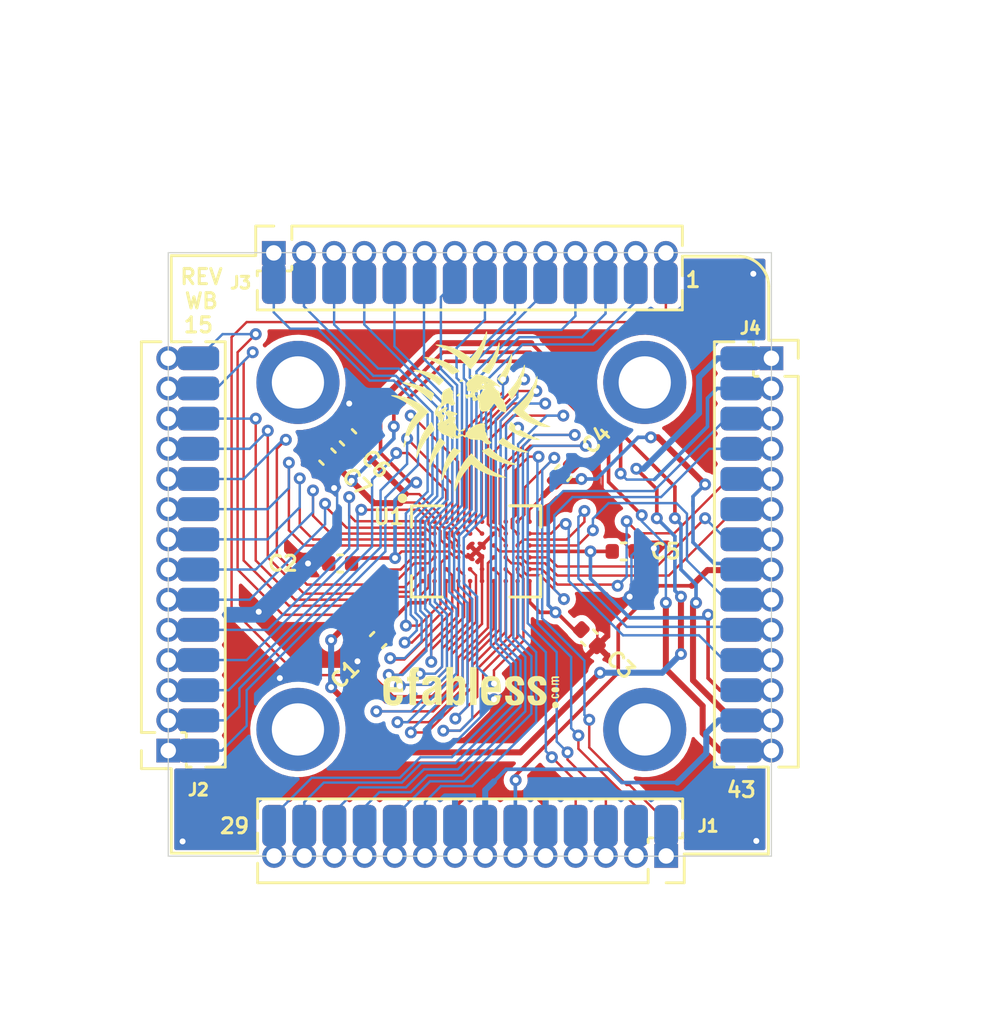
<source format=kicad_pcb>
(kicad_pcb (version 20211014) (generator pcbnew)
  (layers (0 "F.Cu" signal) (31 "B.Cu" signal) (34 "B.Paste" user) (35 "F.Paste" user) (36 "B.SilkS" user "B.Silkscreen") (37 "F.SilkS" user "F.Silkscreen") (38 "B.Mask" user) (39 "F.Mask" user) (44 "Edge.Cuts" user))
  (net 0 "")
  (net 1 "GND")
  (net 2 "vddio")
  (net 3 "vccd2")
  (net 4 "vccd1")
  (net 5 "vdda1")
  (net 6 "vdda2")
  (net 7 "mprj_io[18]")
  (net 8 "mprj_io[17]")
  (net 9 "mprj_io[16]")
  (net 10 "mprj_io[15]")
  (net 11 "mprj_io[14]")
  (net 12 "mprj_io[13]")
  (net 13 "mprj_io[12]")
  (net 14 "mprj_io[11]")
  (net 15 "mprj_io[10]")
  (net 16 "mprj_io[9]")
  (net 17 "mprj_io[8]")
  (net 18 "mprj_io[7]")
  (net 19 "mprj_io[6]_ser_tx")
  (net 20 "mprj_io[5]_ser_rx")
  (net 21 "mprj_io[0]")
  (net 22 "mprj_io[33]")
  (net 23 "mprj_io[32]")
  (net 24 "mprj_io[31]")
  (net 25 "mprj_io[30]")
  (net 26 "mprj_io[29]")
  (net 27 "mprj_io[28]")
  (net 28 "mprj_io[27]")
  (net 29 "mprj_io[26]")
  (net 30 "mprj_io[25]")
  (net 31 "mprj_io[24]")
  (net 32 "mprj_io[23]")
  (net 33 "mprj_io[22]")
  (net 34 "mprj_io[21]")
  (net 35 "mprj_io[20]")
  (net 36 "mprj_io[19]")
  (net 37 "mprj_io[4]_SCK")
  (net 38 "mprj_io[3]_CSB")
  (net 39 "mprj_io[2]_SDI")
  (net 40 "mprj_io[1]_SDO")
  (net 41 "gpio")
  (net 42 "Caravel_D0")
  (net 43 "Caravel_CSB")
  (net 44 "~{RST}")
  (net 45 "Caravel_D1")
  (net 46 "xclk")
  (net 47 "mprj_io[36]")
  (net 48 "mprj_io[37]")
  (net 49 "Caravel_SCK")
  (net 50 "mprj_io[34]")
  (net 51 "mprj_io[35]")
  (net 52 "vdda")
  (net 53 "vccd")
  (footprint "Caravel:Caravel_WCSP" (layer "F.Cu") (at 135.8987 93.345 90)
    (fp_text reference "U1")
    (fp_text value "Caravel")
  )
  (footprint "Capacitor_SMD:C_0402_1005Metric" (layer "F.Cu") (at 129.6416 89.3572 -45)
    (fp_text reference "C7")
    (fp_text value "0.1uf")
  )
  (footprint "Capacitor_SMD:C_0402_1005Metric" (layer "F.Cu") (at 131.7752 97.0788 45)
    (fp_text reference "C1")
    (fp_text value "0.1uf")
  )
  (footprint "Capacitor_SMD:C_0402_1005Metric" (layer "F.Cu") (at 130.175 93.853 180)
    (fp_text reference "C2")
    (fp_text value "0.1uf")
  )
  (footprint "Capacitor_SMD:C_0402_1005Metric" (layer "F.Cu") (at 130.5052 88.5444 -45)
    (fp_text reference "C6")
    (fp_text value "0.1uf")
  )
  (footprint "Capacitor_SMD:C_0402_1005Metric" (layer "F.Cu") (at 139.573 90.043 -135)
    (fp_text reference "C4")
    (fp_text value "0.1uf")
  )
  (footprint "Capacitor_SMD:C_0402_1005Metric" (layer "F.Cu") (at 140.6652 96.9772 -45)
    (fp_text reference "C3")
    (fp_text value "0.1uf")
  )
  (footprint "Caravel_Board:Caravel_Breakout_Connectors_2x14" (layer "F.Cu") (at 126.238 81.417 90)
    (fp_text reference "J3")
    (fp_text value "Conn_01x14_Female")
  )
  (footprint "Caravel_Board:Caravel_Breakout_Connectors_2x14" (layer "F.Cu") (at 123.571 102.87 180)
    (fp_text reference "J2")
    (fp_text value "Conn_01x14_Female")
  )
  (footprint "Caravel_Board:Caravel_Breakout_Connectors_2x14" (layer "F.Cu") (at 145.047 105.527 -90)
    (fp_text reference "J1")
    (fp_text value "Conn_01x14_Female")
  )
  (footprint "Caravel:logo" (layer "F.Cu") (at 135.636 87.45)
    (fp_text reference "T1" hide)
    (fp_text value "Logo" hide)
  )
  (footprint "MountingHole:MountingHole_2.2mm_M2_ISO7380_Pad" (layer "F.Cu") (at 128.397 100.838)
    (fp_text reference "H1")
    (fp_text value "Positioning Holes")
  )
  (footprint "MountingHole:MountingHole_2.2mm_M2_ISO7380_Pad" (layer "F.Cu") (at 143.002 86.233)
    (fp_text reference "H3")
    (fp_text value "Positioning Holes")
  )
  (footprint "MountingHole:MountingHole_2.2mm_M2_ISO7380_Pad" (layer "F.Cu") (at 128.397 86.233)
    (fp_text reference "H4")
    (fp_text value "Positioning Holes")
  )
  (footprint "MountingHole:MountingHole_2.2mm_M2_ISO7380_Pad" (layer "F.Cu") (at 143.002 100.838)
    (fp_text reference "H2")
    (fp_text value "Positioning Holes")
  )
  (footprint "Capacitor_SMD:C_0402_1005Metric" (layer "F.Cu") (at 142.113 93.345 180)
    (fp_text reference "C5")
    (fp_text value "0.1uf")
  )
  (footprint "Caravel_Board:Caravel_Breakout_Connectors_2x14" (layer "F.Cu") (at 147.701 84.074)
    (fp_text reference "J4")
    (fp_text value "Conn_01x14_Female")
  )
  (footprint "Caravel:ef_logo" (layer "F.Cu") (at 135.636 99.08)
    (fp_text reference "T2" hide)
    (fp_text value "Logo" hide)
  )
  (footprint "clipboard:dd7ec026-37c5-4c16-b24b-a4168c525ae3" (layer "F.Cu") (at 147.828 81.28 90)
    (fp_text reference "")
    (fp_text value "")
  )
  (gr_line (start 147.955 102.422) (end 148.209 102.422) (layer "F.SilkS") (width 0.12))
  (gr_line (start 126.621 80.897) (end 126.621 80.712) (layer "F.SilkS") (width 0.12))
  (gr_line (start 126.699 106.045) (end 126.699 105.86) (layer "F.SilkS") (width 0.12))
  (gr_line (start 122.809 102.487) (end 123.063 102.487) (layer "F.SilkS") (width 0.12))
  (gr_line (start 123.063 80.899) (end 123.063 84.522) (layer "F.SilkS") (width 0.12))
  (gr_line (start 126.601159 80.899) (end 123.063 80.899) (layer "F.SilkS") (width 0.12))
  (gr_line (start 148.209 106.0785) (end 148.209 102.4555) (layer "F.SilkS") (width 0.12))
  (gr_line (start 123.063 106.045) (end 126.686 106.045) (layer "F.SilkS") (width 0.12))
  (gr_line (start 148.222817 82.190259) (end 148.222817 84.440576) (layer "F.SilkS") (width 0.12))
  (gr_line (start 123.063 84.522) (end 123.317 84.522) (layer "F.SilkS") (width 0.12))
  (gr_line (start 123.063 102.506841) (end 123.063 106.045) (layer "F.SilkS") (width 0.12))
  (gr_line (start 144.670841 106.0785) (end 148.209 106.0785) (layer "F.SilkS") (width 0.12))
  (gr_line (start 148.222817 84.457) (end 148.326 84.457) (layer "F.SilkS") (width 0.12))
  (gr_line (start 144.664 106.2635) (end 144.664 106.0785) (layer "F.SilkS") (width 0.12))
  (gr_line (start 144.586 81.07953) (end 144.586 80.920259) (layer "F.SilkS") (width 0.12))
  (gr_line (start 146.903317 80.920259) (end 144.586 80.920259) (layer "F.SilkS") (width 0.12))
  (gr_line (start 122.936 106.172) (end 122.936 80.772) (layer "Edge.Cuts") (width 0.05))
  (gr_line (start 148.336 80.772) (end 148.336 106.172) (layer "Edge.Cuts") (width 0.05))
  (gr_line (start 148.336 106.172) (end 122.936 106.172) (layer "Edge.Cuts") (width 0.05))
  (gr_line (start 122.936 80.772) (end 148.336 80.772) (layer "Edge.Cuts") (width 0.05))
  (gr_text "REV" (at 124.333 81.788) (layer "F.SilkS") (effects (font (size 0.635 0.635) (thickness 0.127))))
  (gr_text "43" (at 147.066 103.378) (layer "F.SilkS") (effects (font (size 0.635 0.635) (thickness 0.127))))
  (gr_text "WB" (at 124.333 82.804) (layer "F.SilkS") (effects (font (size 0.635 0.635) (thickness 0.127))))
  (gr_text "1" (at 145.034 81.915) (layer "F.SilkS") (effects (font (size 0.635 0.635) (thickness 0.127))))
  (gr_text "15" (at 124.206 83.82) (layer "F.SilkS") (effects (font (size 0.635 0.635) (thickness 0.127))))
  (gr_text "29" (at 125.73 104.902) (layer "F.SilkS") (effects (font (size 0.635 0.635) (thickness 0.127))))
  (segment (start 131.435789 97.438211) (end 130.9052 97.9688) (width 0.254) (layer "F.Cu") (net 1))
  (segment (start 134.901789 92.998903) (end 134.714486 92.8116) (width 0.1016) (layer "F.Cu") (net 1))
  (segment (start 130.556 87.249) (end 130.556 87.122) (width 0.254) (layer "F.Cu") (net 1))
  (segment (start 136.648 92.587) (end 136.148 93.087) (width 0.1524) (layer "F.Cu") (net 1))
  (segment (start 140.081 89.535) (end 140.716 89.535) (width 0.1016) (layer "F.Cu") (net 1))
  (segment (start 135.014 104.892) (end 135.014 104.1016) (width 0.1524) (layer "F.Cu") (net 1))
  (segment (start 134.901789 93.197275) (end 134.901789 92.998903) (width 0.1016) (layer "F.Cu") (net 1))
  (segment (start 134.874 97.67029) (end 134.874 98.6536) (width 0.1016) (layer "F.Cu") (net 1))
  (segment (start 136.1487 96.39559) (end 134.874 97.67029) (width 0.1016) (layer "F.Cu") (net 1))
  (segment (start 142.367 95.25) (end 141.004611 96.612389) (width 0.1016) (layer "F.Cu") (net 1))
  (segment (start 135.258089 93.348089) (end 135.052603 93.348089) (width 0.1016) (layer "F.Cu") (net 1))
  (segment (start 132.4028 99.4664) (end 130.9052 97.9688) (width 0.1524) (layer "F.Cu") (net 1))
  (segment (start 128.8298 97.9688) (end 126.746 95.885) (width 0.1524) (layer "F.Cu") (net 1))
  (segment (start 141.224 92.075) (end 142.494 93.345) (width 0.1016) (layer "F.Cu") (net 1))
  (segment (start 138.81 104.901) (end 138.811 104.902) (width 0.1016) (layer "F.Cu") (net 1))
  (segment (start 136.1487 94.595) (end 136.1487 96.39559) (width 0.1016) (layer "F.Cu") (net 1))
  (segment (start 130.165789 88.204989) (end 130.165789 87.639211) (width 0.254) (layer "F.Cu") (net 1))
  (segment (start 129.352989 89.017789) (end 130.165789 88.204989) (width 0.254) (layer "F.Cu") (net 1))
  (segment (start 135.505 93.595) (end 135.258089 93.348089) (width 0.1016) (layer "F.Cu") (net 1))
  (segment (start 134.64 92.737907) (end 134.64 92.595) (width 0.1016) (layer "F.Cu") (net 1))
  (segment (start 142.494 93.345) (end 142.593 93.345) (width 0.1016) (layer "F.Cu") (net 1))
  (segment (start 135.89 93.345) (end 136.14 93.595) (width 0.1524) (layer "F.Cu") (net 1))
  (segment (start 135.89 93.345) (end 135.64 93.095) (width 0.1524) (layer "F.Cu") (net 1))
  (segment (start 140.716 89.535) (end 141.224 90.043) (width 0.1016) (layer "F.Cu") (net 1))
  (segment (start 134.0612 99.4664) (end 132.4028 99.4664) (width 0.1524) (layer "F.Cu") (net 1))
  (segment (start 128.8542 93.853) (end 128.82214 93.853) (width 0.254) (layer "F.Cu") (net 1))
  (segment (start 136.14 93.095) (end 136.0805 93.1545) (width 0.1016) (layer "F.Cu") (net 1))
  (segment (start 135.636 103.4796) (end 138.2268 103.4796) (width 0.1524) (layer "F.Cu") (net 1))
  (segment (start 134.713693 92.8116) (end 134.64 92.737907) (width 0.1016) (layer "F.Cu") (net 1))
  (segment (start 135.89 93.345) (end 136.0805 93.1545) (width 0.1524) (layer "F.Cu") (net 1))
  (segment (start 136.144 93.615) (end 136.144 94.615) (width 0.1524) (layer "F.Cu") (net 1))
  (segment (start 129.54 93.853) (end 128.8542 93.853) (width 0.254) (layer "F.Cu") (net 1))
  (segment (start 134.714486 92.8116) (end 134.713693 92.8116) (width 0.1016) (layer "F.Cu") (net 1))
  (segment (start 142.593 93.345) (end 143.256 93.345) (width 0.1016) (layer "F.Cu") (net 1))
  (segment (start 130.165789 87.639211) (end 130.556 87.249) (width 0.254) (layer "F.Cu") (net 1))
  (segment (start 138.824 104.0768) (end 138.824 104.892) (width 0.1524) (layer "F.Cu") (net 1))
  (segment (start 135.89 93.345) (end 135.64 93.595) (width 0.1524) (layer "F.Cu") (net 1))
  (segment (start 138.2268 103.4796) (end 138.824 104.0768) (width 0.1524) (layer "F.Cu") (net 1))
  (segment (start 130.9052 97.9688) (end 128.8298 97.9688) (width 0.1524) (layer "F.Cu") (net 1))
  (segment (start 141.224 90.043) (end 141.224 92.075) (width 0.1016) (layer "F.Cu") (net 1))
  (segment (start 139.912411 89.703589) (end 140.081 89.535) (width 0.1016) (layer "F.Cu") (net 1))
  (segment (start 134.874 98.6536) (end 134.0612 99.4664) (width 0.1524) (layer "F.Cu") (net 1))
  (segment (start 135.03 104.873) (end 135.001 104.902) (width 0.1016) (layer "F.Cu") (net 1))
  (segment (start 141.004611 96.612389) (end 141.004611 97.316611) (width 0.1016) (layer "F.Cu") (net 1))
  (segment (start 135.64 93.595) (end 135.505 93.595) (width 0.1016) (layer "F.Cu") (net 1))
  (segment (start 143.256 93.345) (end 143.383 93.218) (width 0.1016) (layer "F.Cu") (net 1))
  (segment (start 135.014 104.1016) (end 135.636 103.4796) (width 0.1524) (layer "F.Cu") (net 1))
  (segment (start 135.052603 93.348089) (end 134.901789 93.197275) (width 0.1016) (layer "F.Cu") (net 1))
  (via (at 130.9052 97.9688) (size 0.5) (drill 0.25) (layers "F.Cu" "B.Cu") (net 1))
  (via (at 136.652 99.568) (size 0.5) (drill 0.25) (layers "F.Cu" "B.Cu") (net 1))
  (via (at 123.54 105.55) (size 0.5) (drill 0.25) (layers "F.Cu" "B.Cu") (net 1))
  (via (at 142.367 95.25) (size 0.5) (drill 0.25) (layers "F.Cu" "B.Cu") (net 1))
  (via (at 143.383 93.218) (size 0.5) (drill 0.25) (layers "F.Cu" "B.Cu") (net 1))
  (via (at 128.82214 93.853) (size 0.5) (drill 0.25) (layers "F.Cu" "B.Cu") (net 1))
  (via (at 147.7 105.53) (size 0.5) (drill 0.25) (layers "F.Cu" "B.Cu") (net 1))
  (via (at 126.746 95.885) (size 0.5) (drill 0.25) (layers "F.Cu" "B.Cu") (net 1))
  (via (at 129.921 90.678) (size 0.5) (drill 0.25) (layers "F.Cu" "B.Cu") (net 1))
  (via (at 127.635 98.679) (size 0.5) (drill 0.25) (layers "F.Cu" "B.Cu") (net 1))
  (via (at 147.574 81.661) (size 0.5) (drill 0.25) (layers "F.Cu" "B.Cu") (net 1))
  (via (at 130.556 87.122) (size 0.5) (drill 0.25) (layers "F.Cu" "B.Cu") (net 1))
  (segment (start 142.44272 93.52328) (end 142.44272 95.17428) (width 0.1016) (layer "B.Cu") (net 1))
  (segment (start 129.921 90.678) (end 130.048 90.805) (width 0.1016) (layer "B.Cu") (net 1))
  (segment (start 134.62 101.6) (end 134.80509 101.6) (width 0.1016) (layer "B.Cu") (net 1))
  (segment (start 128.905 93.853) (end 128.82214 93.853) (width 0.1016) (layer "B.Cu") (net 1))
  (segment (start 130.048 90.805) (end 130.048 92.71) (width 0.1016) (layer "B.Cu") (net 1))
  (segment (start 143.383 93.218) (end 142.748 93.218) (width 0.1016) (layer "B.Cu") (net 1))
  (segment (start 136.652 99.75309) (end 136.652 99.568) (width 0.1016) (layer "B.Cu") (net 1))
  (segment (start 142.748 93.218) (end 142.44272 93.52328) (width 0.1016) (layer "B.Cu") (net 1))
  (segment (start 142.44272 95.17428) (end 142.367 95.25) (width 0.1016) (layer "B.Cu") (net 1))
  (segment (start 131.572 101.6) (end 134.62 101.6) (width 0.1016) (layer "B.Cu") (net 1))
  (segment (start 130.9052 97.9688) (end 130.81 98.064) (width 0.1524) (layer "B.Cu") (net 1))
  (segment (start 130.81 100.838) (end 131.572 101.6) (width 0.1016) (layer "B.Cu") (net 1))
  (segment (start 130.048 92.71) (end 128.905 93.853) (width 0.1016) (layer "B.Cu") (net 1))
  (segment (start 134.80509 101.6) (end 136.652 99.75309) (width 0.1016) (layer "B.Cu") (net 1))
  (segment (start 130.81 98.064) (end 130.81 100.838) (width 0.1016) (layer "B.Cu") (net 1))
  (segment (start 130.895411 88.883811) (end 130.844611 88.883811) (width 0.254) (layer "F.Cu") (net 2))
  (segment (start 134.3152 84.582) (end 130.844611 88.052589) (width 0.254) (layer "F.Cu") (net 2))
  (segment (start 135.14 93.095) (end 135.14 92.944186) (width 0.1016) (layer "F.Cu") (net 2))
  (segment (start 132.9436 90.932) (end 130.895411 88.883811) (width 0.254) (layer "F.Cu") (net 2))
  (segment (start 134.395611 92.197275) (end 134.395611 91.825211) (width 0.1016) (layer "F.Cu") (net 2))
  (segment (start 134.89435 92.698536) (end 134.895611 92.697275) (width 0.1016) (layer "F.Cu") (net 2))
  (segment (start 134.395611 91.825211) (end 133.5024 90.932) (width 0.1016) (layer "F.Cu") (net 2))
  (segment (start 130.844611 88.052589) (end 130.844611 88.814589) (width 0.254) (layer "F.Cu") (net 2))
  (segment (start 133.5024 90.932) (end 132.9436 90.932) (width 0.1016) (layer "F.Cu") (net 2))
  (segment (start 147.066 100.584) (end 148.13319 100.584) (width 0.1524) (layer "F.Cu") (net 2))
  (segment (start 146.7231 100.457) (end 147.066 100.457) (width 0.254) (layer "F.Cu") (net 2))
  (segment (start 134.546425 92.348089) (end 134.395611 92.197275) (width 0.1016) (layer "F.Cu") (net 2))
  (segment (start 134.895611 92.492725) (end 134.750975 92.348089) (width 0.1016) (layer "F.Cu") (net 2))
  (segment (start 138.2268 84.582) (end 134.3152 84.582) (width 0.254) (layer "F.Cu") (net 2))
  (segment (start 145.034 98.7679) (end 146.7231 100.457) (width 0.254) (layer "F.Cu") (net 2))
  (segment (start 134.750975 92.348089) (end 134.546425 92.348089) (width 0.1016) (layer "F.Cu") (net 2))
  (segment (start 144.272 90.6272) (end 138.2268 84.582) (width 0.1524) (layer "F.Cu") (net 2))
  (segment (start 145.161 95.504) (end 145.034 95.631) (width 0.254) (layer "F.Cu") (net 2))
  (segment (start 145.034 95.631) (end 145.034 98.7679) (width 0.254) (layer "F.Cu") (net 2))
  (segment (start 144.272 91.948) (end 144.272 90.6272) (width 0.1524) (layer "F.Cu") (net 2))
  (segment (start 135.14 92.944186) (end 134.89435 92.698536) (width 0.1016) (layer "F.Cu") (net 2))
  (segment (start 134.895611 92.697275) (end 134.895611 92.492725) (width 0.1016) (layer "F.Cu") (net 2))
  (via (at 145.161 95.504) (size 0.5) (drill 0.25) (layers "F.Cu" "B.Cu") (net 2))
  (via (at 144.272 91.948) (size 0.5) (drill 0.25) (layers "F.Cu" "B.Cu") (net 2))
  (segment (start 145.5928 101.854) (end 144.3736 103.0732) (width 0.254) (layer "B.Cu") (net 2))
  (segment (start 146.1262 100.457) (end 145.5928 100.9904) (width 0.254) (layer "B.Cu") (net 2))
  (segment (start 144.526 92.202) (end 144.526 94.107) (width 0.1524) (layer "B.Cu") (net 2))
  (segment (start 136.652 103.0224) (end 137.16 102.5144) (width 0.1524) (layer "B.Cu") (net 2))
  (segment (start 144.272 91.948) (end 144.526 92.202) (width 0.1524) (layer "B.Cu") (net 2))
  (segment (start 145.161 94.742) (end 145.161 95.504) (width 0.1524) (layer "B.Cu") (net 2))
  (segment (start 144.526 94.107) (end 145.161 94.742) (width 0.1524) (layer "B.Cu") (net 2))
  (segment (start 137.16 102.5144) (end 141.478 102.5144) (width 0.1524) (layer "B.Cu") (net 2))
  (segment (start 141.478 102.5144) (end 142.0368 103.0732) (width 0.1524) (layer "B.Cu") (net 2))
  (segment (start 136.284 103.3904) (end 136.284 104.892) (width 0.254) (layer "B.Cu") (net 2))
  (segment (start 142.0368 103.0732) (end 144.3736 103.0732) (width 0.1524) (layer "B.Cu") (net 2))
  (segment (start 147.066 100.457) (end 146.1262 100.457) (width 0.254) (layer "B.Cu") (net 2))
  (segment (start 136.652 103.0224) (end 136.284 103.3904) (width 0.254) (layer "B.Cu") (net 2))
  (segment (start 145.5928 100.9904) (end 145.5928 101.854) (width 0.254) (layer "B.Cu") (net 2))
  (segment (start 141.478 90.424) (end 141.478 88.773) (width 0.1524) (layer "F.Cu") (net 3))
  (segment (start 142.875 91.821) (end 141.478 90.424) (width 0.1524) (layer "F.Cu") (net 3))
  (segment (start 143.891 95.504) (end 143.891 98.298) (width 0.254) (layer "F.Cu") (net 3))
  (segment (start 141.478 88.773) (end 138.049 85.344) (width 0.1524) (layer "F.Cu") (net 3))
  (segment (start 143.891 98.298) (end 145.4404 99.8474) (width 0.254) (layer "F.Cu") (net 3))
  (segment (start 138.049 85.344) (end 134.62 85.344) (width 0.1524) (layer "F.Cu") (net 3))
  (segment (start 132.715 91.313) (end 131.5974 91.313) (width 0.254) (layer "F.Cu") (net 3))
  (segment (start 146.177 101.727) (end 147.066 101.727) (width 0.254) (layer "F.Cu") (net 3))
  (segment (start 130.6576 90.3732) (end 129.981011 89.696611) (width 0.254) (layer "F.Cu") (net 3))
  (segment (start 147.066 101.854) (end 148.13319 101.854) (width 0.1524) (layer "F.Cu") (net 3))
  (segment (start 131.5974 91.313) (end 130.6576 90.3732) (width 0.254) (layer "F.Cu") (net 3))
  (segment (start 134.14 91.94331) (end 134.14 92.095) (width 0.1016) (layer "F.Cu") (net 3))
  (segment (start 133.48429 91.2876) (end 134.14 91.94331) (width 0.1016) (layer "F.Cu") (net 3))
  (segment (start 134.62 85.344) (end 132.4356 87.5284) (width 0.1524) (layer "F.Cu") (net 3))
  (segment (start 145.4404 99.8474) (end 145.4404 100.9904) (width 0.254) (layer "F.Cu") (net 3))
  (segment (start 145.4404 100.9904) (end 146.177 101.727) (width 0.254) (layer "F.Cu") (net 3))
  (segment (start 132.4356 87.5284) (end 132.4356 88.0872) (width 0.1524) (layer "F.Cu") (net 3))
  (segment (start 132.7404 91.2876) (end 133.48429 91.2876) (width 0.1016) (layer "F.Cu") (net 3))
  (via (at 143.891 95.504) (size 0.5) (drill 0.25) (layers "F.Cu" "B.Cu") (net 3))
  (via (at 132.4356 88.0872) (size 0.5) (drill 0.25) (layers "F.Cu" "B.Cu") (net 3))
  (via (at 142.875 91.821) (size 0.5) (drill 0.25) (layers "F.Cu" "B.Cu") (net 3))
  (via (at 130.6576 90.3732) (size 0.5) (drill 0.25) (layers "F.Cu" "B.Cu") (net 3))
  (segment (start 132.4356 88.5952) (end 130.6576 90.3732) (width 0.1524) (layer "B.Cu") (net 3))
  (segment (start 142.875 92.075) (end 142.875 91.821) (width 0.1016) (layer "B.Cu") (net 3))
  (segment (start 143.891 95.504) (end 143.891 93.091) (width 0.1016) (layer "B.Cu") (net 3))
  (segment (start 143.891 93.091) (end 142.875 92.075) (width 0.1016) (layer "B.Cu") (net 3))
  (segment (start 132.4356 88.0872) (end 132.4356 88.5952) (width 0.1524) (layer "B.Cu") (net 3))
  (segment (start 134.14 94.595) (end 134.14 95.095) (width 0.1016) (layer "F.Cu") (net 4))
  (segment (start 129.794 99.06) (end 132.5372 101.8032) (width 0.254) (layer "F.Cu") (net 4))
  (segment (start 144.526 95.25) (end 144.526 97.663) (width 0.254) (layer "F.Cu") (net 4))
  (segment (start 133.096 95.504) (end 132.128611 96.471389) (width 0.1524) (layer "F.Cu") (net 4))
  (segment (start 137.7696 101.8032) (end 141.1224 98.4504) (width 0.254) (layer "F.Cu") (net 4))
  (segment (start 134.14 95.095) (end 133.731 95.504) (width 0.1016) (layer "F.Cu") (net 4))
  (segment (start 132.5372 101.8032) (end 137.7696 101.8032) (width 0.254) (layer "F.Cu") (net 4))
  (segment (start 143.51 91.948) (end 143.51 90.7288) (width 0.1524) (layer "F.Cu") (net 4))
  (segment (start 133.731 95.504) (end 133.35 95.504) (width 0.1016) (layer "F.Cu") (net 4))
  (segment (start 143.51 90.7288) (end 142.6464 89.8652) (width 0.1524) (layer "F.Cu") (net 4))
  (segment (start 133.7564 95.504) (end 133.35 95.504) (width 0.1524) (layer "F.Cu") (net 4))
  (segment (start 129.794 97.0788) (end 130.302 96.5708) (width 0.254) (layer "F.Cu") (net 4))
  (segment (start 130.302 96.5708) (end 131.946022 96.5708) (width 0.254) (layer "F.Cu") (net 4))
  (segment (start 133.35 95.504) (end 133.096 95.504) (width 0.1524) (layer "F.Cu") (net 4))
  (via (at 144.526 95.25) (size 0.5) (drill 0.25) (layers "F.Cu" "B.Cu") (net 4))
  (via (at 143.51 91.948) (size 0.5) (drill 0.25) (layers "F.Cu" "B.Cu") (net 4))
  (via (at 129.794 99.06) (size 0.5) (drill 0.25) (layers "F.Cu" "B.Cu") (net 4))
  (via (at 142.6464 89.8652) (size 0.5) (drill 0.25) (layers "F.Cu" "B.Cu") (net 4))
  (via (at 141.1224 98.4504) (size 0.5) (drill 0.25) (layers "F.Cu" "B.Cu") (net 4))
  (via (at 129.794 97.0788) (size 0.5) (drill 0.25) (layers "F.Cu" "B.Cu") (net 4))
  (via (at 144.526 97.663) (size 0.5) (drill 0.25) (layers "F.Cu" "B.Cu") (net 4))
  (segment (start 144.526 97.663) (end 143.7386 98.4504) (width 0.254) (layer "B.Cu") (net 4))
  (segment (start 142.9512 89.8652) (end 145.288 87.5284) (width 0.254) (layer "B.Cu") (net 4))
  (segment (start 129.794 99.06) (end 129.794 97.0788) (width 0.254) (layer "B.Cu") (net 4))
  (segment (start 142.6464 89.8652) (end 142.9512 89.8652) (width 0.254) (layer "B.Cu") (net 4))
  (segment (start 145.288 87.5284) (end 145.288 86.0044) (width 0.254) (layer "B.Cu") (net 4))
  (segment (start 146.0754 85.217) (end 147.066 85.217) (width 0.254) (layer "B.Cu") (net 4))
  (segment (start 143.7386 98.4504) (end 141.1224 98.4504) (width 0.254) (layer "B.Cu") (net 4))
  (segment (start 145.288 86.0044) (end 146.0754 85.217) (width 0.254) (layer "B.Cu") (net 4))
  (segment (start 144.526 95.25) (end 144.272 94.996) (width 0.1524) (layer "B.Cu") (net 4))
  (segment (start 144.272 92.71) (end 143.51 91.948) (width 0.1524) (layer "B.Cu") (net 4))
  (segment (start 144.272 94.996) (end 144.272 92.71) (width 0.1524) (layer "B.Cu") (net 4))
  (segment (start 133.383025 90.447083) (end 133.119083 90.447083) (width 0.1524) (layer "F.Cu") (net 5))
  (segment (start 134.757213 93.348089) (end 135.004124 93.595) (width 0.1016) (layer "F.Cu") (net 5))
  (segment (start 131.8768 89.2048) (end 131.8768 88.1888) (width 0.1524) (layer "F.Cu") (net 5))
  (segment (start 132.762711 93.348089) (end 134.757213 93.348089) (width 0.1016) (layer "F.Cu") (net 5))
  (segment (start 131.8768 88.1888) (end 131.8768 87.5792) (width 0.1524) (layer "F.Cu") (net 5))
  (segment (start 134.493 84.963) (end 138.176 84.963) (width 0.1524) (layer "F.Cu") (net 5))
  (segment (start 130.9116 93.6244) (end 130.683 93.853) (width 0.1524) (layer "F.Cu") (net 5))
  (segment (start 138.176 84.963) (end 141.986 88.773) (width 0.1524) (layer "F.Cu") (net 5))
  (segment (start 135.004124 93.595) (end 135.14 93.595) (width 0.1016) (layer "F.Cu") (net 5))
  (segment (start 132.4864 93.6244) (end 130.9116 93.6244) (width 0.1524) (layer "F.Cu") (net 5))
  (segment (start 131.8768 87.5792) (end 134.493 84.963) (width 0.1524) (layer "F.Cu") (net 5))
  (segment (start 141.986 88.773) (end 141.986 90.0684) (width 0.1524) (layer "F.Cu") (net 5))
  (segment (start 133.119083 90.447083) (end 131.8768 89.2048) (width 0.1524) (layer "F.Cu") (net 5))
  (segment (start 132.4864 93.6244) (end 132.762711 93.348089) (width 0.1016) (layer "F.Cu") (net 5))
  (via (at 133.377717 90.447083) (size 0.5) (drill 0.25) (layers "F.Cu" "B.Cu") (net 5))
  (via (at 141.986 90.0684) (size 0.5) (drill 0.25) (layers "F.Cu" "B.Cu") (net 5))
  (via (at 132.4864 93.6244) (size 0.5) (drill 0.25) (layers "F.Cu" "B.Cu") (net 5))
  (segment (start 141.986 90.0684) (end 142.24 90.3224) (width 0.1016) (layer "B.Cu") (net 5))
  (segment (start 142.24 90.3224) (end 143.4084 90.3224) (width 0.1016) (layer "B.Cu") (net 5))
  (segment (start 132.4864 91.186) (end 132.4864 93.6244) (width 0.1524) (layer "B.Cu") (net 5))
  (segment (start 133.225317 90.447083) (end 132.4864 91.186) (width 0.1524) (layer "B.Cu") (net 5))
  (segment (start 133.377717 90.447083) (end 133.225317 90.447083) (width 0.1524) (layer "B.Cu") (net 5))
  (segment (start 143.4084 90.3224) (end 145.6436 88.0872) (width 0.1524) (layer "B.Cu") (net 5))
  (segment (start 145.6436 88.0872) (end 145.6436 86.8934) (width 0.1524) (layer "B.Cu") (net 5))
  (segment (start 146.05 86.487) (end 147.066 86.487) (width 0.1524) (layer "B.Cu") (net 5))
  (segment (start 145.6436 86.8934) (end 146.05 86.487) (width 0.1524) (layer "B.Cu") (net 5))
  (segment (start 147.066 99.314) (end 148.13319 99.314) (width 0.1524) (layer "F.Cu") (net 6))
  (segment (start 146.177 99.187) (end 146.431 99.187) (width 0.1524) (layer "F.Cu") (net 6))
  (segment (start 145.669 96.012) (end 145.669 98.679) (width 0.1524) (layer "F.Cu") (net 6))
  (segment (start 140.716 93.345) (end 138.98675 93.345) (width 0.1524) (layer "F.Cu") (net 6))
  (segment (start 136.64 93.095) (end 136.89 93.345) (width 0.1016) (layer "F.Cu") (net 6))
  (segment (start 136.89 93.345) (end 139.446 93.345) (width 0.1016) (layer "F.Cu") (net 6))
  (segment (start 146.856679 99.187) (end 147.066 99.187) (width 0.1524) (layer "F.Cu") (net 6))
  (segment (start 145.669 98.679) (end 146.177 99.187) (width 0.1524) (layer "F.Cu") (net 6))
  (segment (start 141.633 93.345) (end 140.843 93.345) (width 0.1524) (layer "F.Cu") (net 6))
  (segment (start 140.843 93.345) (end 140.716 93.345) (width 0.1524) (layer "F.Cu") (net 6))
  (segment (start 146.431 99.187) (end 146.856679 99.187) (width 0.254) (layer "F.Cu") (net 6))
  (segment (start 147.066 99.187) (end 147.066 99.314) (width 0.254) (layer "F.Cu") (net 6))
  (via (at 145.669 96.012) (size 0.5) (drill 0.25) (layers "F.Cu" "B.Cu") (net 6))
  (via (at 140.716 93.345) (size 0.5) (drill 0.25) (layers "F.Cu" "B.Cu") (net 6))
  (segment (start 145.669 96.012) (end 145.542 96.139) (width 0.1524) (layer "B.Cu") (net 6))
  (segment (start 145.542 96.139) (end 142.367 96.139) (width 0.1524) (layer "B.Cu") (net 6))
  (segment (start 142.367 96.139) (end 140.716 94.488) (width 0.1524) (layer "B.Cu") (net 6))
  (segment (start 140.716 94.488) (end 140.716 93.345) (width 0.1524) (layer "B.Cu") (net 6))
  (segment (start 132.715 94.107) (end 131.826 94.107) (width 0.1016) (layer "F.Cu") (net 7))
  (segment (start 131.826 94.107) (end 131.191 94.742) (width 0.1016) (layer "F.Cu") (net 7))
  (segment (start 127.508 89.027) (end 127.889 88.646) (width 0.1016) (layer "F.Cu") (net 7))
  (segment (start 133.227 93.595) (end 132.715 94.107) (width 0.1016) (layer "F.Cu") (net 7))
  (segment (start 128.778 94.742) (end 127.508 93.472) (width 0.1016) (layer "F.Cu") (net 7))
  (segment (start 127.508 93.472) (end 127.508 89.027) (width 0.1016) (layer "F.Cu") (net 7))
  (segment (start 131.191 94.742) (end 128.778 94.742) (width 0.1016) (layer "F.Cu") (net 7))
  (segment (start 133.64 93.595) (end 133.227 93.595) (width 0.1016) (layer "F.Cu") (net 7))
  (via (at 127.889 88.646) (size 0.5) (drill 0.25) (layers "F.Cu" "B.Cu") (net 7))
  (segment (start 127.762 88.646) (end 126.111 90.297) (width 0.1016) (layer "B.Cu") (net 7))
  (segment (start 127.889 88.646) (end 127.762 88.646) (width 0.1016) (layer "B.Cu") (net 7))
  (segment (start 126.111 90.297) (end 124.206 90.297) (width 0.1016) (layer "B.Cu") (net 7))
  (segment (start 127.127 93.599) (end 128.651 95.123) (width 0.1016) (layer "F.Cu") (net 8))
  (segment (start 133.886911 93.848089) (end 134.14 93.595) (width 0.1016) (layer "F.Cu") (net 8))
  (segment (start 131.191 95.123) (end 131.826 94.488) (width 0.1016) (layer "F.Cu") (net 8))
  (segment (start 124.206 89.154) (end 123.13881 89.154) (width 0.1524) (layer "F.Cu") (net 8))
  (segment (start 132.6515 94.488) (end 133.291411 93.848089) (width 0.1016) (layer "F.Cu") (net 8))
  (segment (start 133.291411 93.848089) (end 133.886911 93.848089) (width 0.1016) (layer "F.Cu") (net 8))
  (segment (start 128.651 95.123) (end 131.191 95.123) (width 0.1016) (layer "F.Cu") (net 8))
  (segment (start 127.127 88.265) (end 127.127 93.599) (width 0.1016) (layer "F.Cu") (net 8))
  (segment (start 131.826 94.488) (end 132.6515 94.488) (width 0.1016) (layer "F.Cu") (net 8))
  (via (at 127.127 88.265) (size 0.5) (drill 0.25) (layers "F.Cu" "B.Cu") (net 8))
  (segment (start 127.127 88.265) (end 126.365 89.027) (width 0.1016) (layer "B.Cu") (net 8))
  (segment (start 126.365 89.027) (end 124.206 89.027) (width 0.1016) (layer "B.Cu") (net 8))
  (segment (start 132.89044 94.84456) (end 133.64 94.095) (width 0.1016) (layer "F.Cu") (net 9))
  (segment (start 126.619 87.757) (end 126.619 93.726) (width 0.1016) (layer "F.Cu") (net 9))
  (segment (start 126.619 93.726) (end 128.27 95.377) (width 0.1016) (layer "F.Cu") (net 9))
  (segment (start 124.206 87.884) (end 123.13881 87.884) (width 0.1524) (layer "F.Cu") (net 9))
  (segment (start 132.024595 94.84456) (end 132.89044 94.84456) (width 0.1016) (layer "F.Cu") (net 9))
  (segment (start 128.27 95.377) (end 131.492155 95.377) (width 0.1016) (layer "F.Cu") (net 9))
  (segment (start 131.492155 95.377) (end 132.024595 94.84456) (width 0.1016) (layer "F.Cu") (net 9))
  (via (at 126.619 87.757) (size 0.5) (drill 0.25) (layers "F.Cu" "B.Cu") (net 9))
  (segment (start 126.619 87.757) (end 124.206 87.757) (width 0.1016) (layer "B.Cu") (net 9))
  (segment (start 133.18772 95.04728) (end 133.64 94.595) (width 0.1016) (layer "F.Cu") (net 10))
  (segment (start 128.016 95.631) (end 131.524846 95.631) (width 0.1016) (layer "F.Cu") (net 10))
  (segment (start 132.108566 95.04728) (end 133.18772 95.04728) (width 0.1016) (layer "F.Cu") (net 10))
  (segment (start 124.206 86.614) (end 123.13881 86.614) (width 0.1524) (layer "F.Cu") (net 10))
  (segment (start 126.492 84.963) (end 126.111 85.344) (width 0.1016) (layer "F.Cu") (net 10))
  (segment (start 131.524846 95.631) (end 132.108566 95.04728) (width 0.1016) (layer "F.Cu") (net 10))
  (segment (start 126.111 85.344) (end 126.111 93.726) (width 0.1016) (layer "F.Cu") (net 10))
  (segment (start 126.111 93.726) (end 128.016 95.631) (width 0.1016) (layer "F.Cu") (net 10))
  (via (at 126.492 84.963) (size 0.5) (drill 0.25) (layers "F.Cu" "B.Cu") (net 10))
  (segment (start 124.968 86.487) (end 124.206 86.487) (width 0.1016) (layer "B.Cu") (net 10))
  (segment (start 126.492 84.963) (end 124.968 86.487) (width 0.1016) (layer "B.Cu") (net 10))
  (segment (start 124.206 85.344) (end 123.13881 85.344) (width 0.1524) (layer "F.Cu") (net 11))
  (segment (start 125.857 84.963) (end 125.857 94.107) (width 0.1016) (layer "F.Cu") (net 11))
  (segment (start 132.461 95.25) (end 133.5024 95.25) (width 0.1016) (layer "F.Cu") (net 11))
  (segment (start 126.619 84.201) (end 125.857 84.963) (width 0.1016) (layer "F.Cu") (net 11))
  (segment (start 133.895611 94.856789) (end 133.895611 94.348789) (width 0.1016) (layer "F.Cu") (net 11))
  (segment (start 125.857 94.107) (end 127.762 96.012) (width 0.1016) (layer "F.Cu") (net 11))
  (segment (start 133.895611 94.348789) (end 134.14 94.1044) (width 0.1016) (layer "F.Cu") (net 11))
  (segment (start 131.699 96.012) (end 132.461 95.25) (width 0.1016) (layer "F.Cu") (net 11))
  (segment (start 134.14 94.1044) (end 134.14 94.095) (width 0.1016) (layer "F.Cu") (net 11))
  (segment (start 133.5024 95.25) (end 133.895611 94.856789) (width 0.1016) (layer "F.Cu") (net 11))
  (segment (start 127.762 96.012) (end 131.699 96.012) (width 0.1016) (layer "F.Cu") (net 11))
  (via (at 126.619 84.201) (size 0.5) (drill 0.25) (layers "F.Cu" "B.Cu") (net 11))
  (segment (start 125.222 84.201) (end 124.206 85.217) (width 0.1016) (layer "B.Cu") (net 11))
  (segment (start 126.619 84.201) (end 125.222 84.201) (width 0.1016) (layer "B.Cu") (net 11))
  (segment (start 134.401789 95.561813) (end 134.401789 93.833211) (width 0.1016) (layer "F.Cu") (net 12))
  (segment (start 132.9436 96.4692) (end 133.494402 96.4692) (width 0.1016) (layer "F.Cu") (net 12))
  (segment (start 127.381 82.042) (end 127.381 80.97481) (width 0.1524) (layer "F.Cu") (net 12))
  (segment (start 134.64 93.595) (end 134.4629 93.7721) (width 0.1016) (layer "F.Cu") (net 12))
  (segment (start 133.494402 96.4692) (end 134.401789 95.561813) (width 0.1016) (layer "F.Cu") (net 12))
  (segment (start 134.401789 93.833211) (end 134.4629 93.7721) (width 0.1016) (layer "F.Cu") (net 12))
  (via (at 132.9436 96.4692) (size 0.5) (drill 0.25) (layers "F.Cu" "B.Cu") (net 12))
  (segment (start 129.2352 83.9724) (end 128.0668 83.9724) (width 0.1016) (layer "B.Cu") (net 12))
  (segment (start 131.4196 86.1568) (end 129.2352 83.9724) (width 0.1016) (layer "B.Cu") (net 12))
  (segment (start 127.381 83.2866) (end 127.381 82.052) (width 0.1016) (layer "B.Cu") (net 12))
  (segment (start 132.9436 91.7448) (end 133.858 90.8304) (width 0.1016) (layer "B.Cu") (net 12))
  (segment (start 133.858 90.8304) (end 133.858 87.5792) (width 0.1016) (layer "B.Cu") (net 12))
  (segment (start 132.9436 96.4692) (end 132.9436 91.7448) (width 0.1016) (layer "B.Cu") (net 12))
  (segment (start 128.0668 83.9724) (end 127.381 83.2866) (width 0.1016) (layer "B.Cu") (net 12))
  (segment (start 133.858 87.5792) (end 132.4356 86.1568) (width 0.1016) (layer "B.Cu") (net 12))
  (segment (start 132.4356 86.1568) (end 131.4196 86.1568) (width 0.1016) (layer "B.Cu") (net 12))
  (segment (start 128.651 82.042) (end 128.651 80.97481) (width 0.1524) (layer "F.Cu") (net 13))
  (segment (start 132.8928 97.1804) (end 133.1976 97.1804) (width 0.1016) (layer "F.Cu") (net 13))
  (segment (start 134.64 95.738) (end 134.64 94.595) (width 0.1016) (layer "F.Cu") (net 13))
  (segment (start 133.1976 97.1804) (end 134.64 95.738) (width 0.1016) (layer "F.Cu") (net 13))
  (via (at 132.8928 97.1804) (size 0.5) (drill 0.25) (layers "F.Cu" "B.Cu") (net 13))
  (segment (start 131.57248 85.95408) (end 128.651 83.0326) (width 0.1016) (layer "B.Cu") (net 13))
  (segment (start 133.14632 91.84688) (end 134.06072 90.93248) (width 0.1016) (layer "B.Cu") (net 13))
  (segment (start 132.519569 85.95408) (end 131.57248 85.95408) (width 0.1016) (layer "B.Cu") (net 13))
  (segment (start 132.8928 97.1804) (end 133.4008 96.6724) (width 0.1016) (layer "B.Cu") (net 13))
  (segment (start 133.4008 96.6724) (end 133.4008 96.266) (width 0.1016) (layer "B.Cu") (net 13))
  (segment (start 128.651 83.0326) (end 128.651 82.052) (width 0.1016) (layer "B.Cu") (net 13))
  (segment (start 134.06072 87.495231) (end 132.519569 85.95408) (width 0.1016) (layer "B.Cu") (net 13))
  (segment (start 133.14632 96.01152) (end 133.14632 91.84688) (width 0.1016) (layer "B.Cu") (net 13))
  (segment (start 134.06072 90.93248) (end 134.06072 87.495231) (width 0.1016) (layer "B.Cu") (net 13))
  (segment (start 133.4008 96.266) (end 133.14632 96.01152) (width 0.1016) (layer "B.Cu") (net 13))
  (segment (start 132.334 97.8916) (end 132.2832 97.8408) (width 0.1016) (layer "F.Cu") (net 14))
  (segment (start 134.895611 94.350611) (end 134.895611 95.87679) (width 0.1016) (layer "F.Cu") (net 14))
  (segment (start 134.895611 95.87679) (end 132.880801 97.8916) (width 0.1016) (layer "F.Cu") (net 14))
  (segment (start 132.880801 97.8916) (end 132.334 97.8916) (width 0.1016) (layer "F.Cu") (net 14))
  (segment (start 129.921 82.042) (end 129.921 80.97481) (width 0.1524) (layer "F.Cu") (net 14))
  (segment (start 134.64 94.095) (end 134.895611 94.350611) (width 0.1016) (layer "F.Cu") (net 14))
  (via (at 132.2832 97.8408) (size 0.5) (drill 0.25) (layers "F.Cu" "B.Cu") (net 14))
  (segment (start 129.921 83.7946) (end 129.921 82.052) (width 0.1016) (layer "B.Cu") (net 14))
  (segment (start 133.35 91.92989) (end 134.26344 91.016449) (width 0.1016) (layer "B.Cu") (net 14))
  (segment (start 132.6388 85.6488) (end 131.7752 85.6488) (width 0.1016) (layer "B.Cu") (net 14))
  (segment (start 131.7752 85.6488) (end 129.921 83.7946) (width 0.1016) (layer "B.Cu") (net 14))
  (segment (start 134.26344 91.016449) (end 134.26344 87.27344) (width 0.1016) (layer "B.Cu") (net 14))
  (segment (start 134.26344 87.27344) (end 132.6388 85.6488) (width 0.1016) (layer "B.Cu") (net 14))
  (segment (start 132.8928 97.8408) (end 133.60352 97.13008) (width 0.1016) (layer "B.Cu") (net 14))
  (segment (start 133.35 95.92851) (end 133.35 91.92989) (width 0.1016) (layer "B.Cu") (net 14))
  (segment (start 132.2832 97.8408) (end 132.8928 97.8408) (width 0.1016) (layer "B.Cu") (net 14))
  (segment (start 133.60352 97.13008) (end 133.60352 96.18203) (width 0.1016) (layer "B.Cu") (net 14))
  (segment (start 133.60352 96.18203) (end 133.35 95.92851) (width 0.1016) (layer "B.Cu") (net 14))
  (segment (start 132.651007 98.539793) (end 132.221537 98.539793) (width 0.1016) (layer "F.Cu") (net 15))
  (segment (start 131.191 82.042) (end 131.191 80.97481) (width 0.1524) (layer "F.Cu") (net 15))
  (segment (start 135.14 96.0508) (end 135.14 94.595) (width 0.1016) (layer "F.Cu") (net 15))
  (segment (start 135.14 96.0508) (end 132.651007 98.539793) (width 0.1016) (layer "F.Cu") (net 15))
  (via (at 132.221537 98.539793) (size 0.5) (drill 0.25) (layers "F.Cu" "B.Cu") (net 15))
  (segment (start 132.803407 98.539793) (end 133.80624 97.53696) (width 0.1016) (layer "B.Cu") (net 15))
  (segment (start 131.191 83.7946) (end 131.191 82.052) (width 0.1016) (layer "B.Cu") (net 15))
  (segment (start 134.493 87.0966) (end 131.191 83.7946) (width 0.1016) (layer "B.Cu") (net 15))
  (segment (start 134.493 91.07358) (end 134.493 87.0966) (width 0.1016) (layer "B.Cu") (net 15))
  (segment (start 133.80624 97.53696) (end 133.80624 96.09806) (width 0.1016) (layer "B.Cu") (net 15))
  (segment (start 133.80624 96.09806) (end 133.55272 95.84454) (width 0.1016) (layer "B.Cu") (net 15))
  (segment (start 133.55272 95.84454) (end 133.55272 92.01386) (width 0.1016) (layer "B.Cu") (net 15))
  (segment (start 132.221537 98.539793) (end 132.803407 98.539793) (width 0.1016) (layer "B.Cu") (net 15))
  (segment (start 133.55272 92.01386) (end 134.493 91.07358) (width 0.1016) (layer "B.Cu") (net 15))
  (segment (start 134.0104 97.9932) (end 134.0104 97.4852) (width 0.1016) (layer "F.Cu") (net 16))
  (segment (start 135.395611 96.099989) (end 135.395611 94.350611) (width 0.1016) (layer "F.Cu") (net 16))
  (segment (start 134.0104 97.4852) (end 135.395611 96.099989) (width 0.1016) (layer "F.Cu") (net 16))
  (segment (start 135.395611 94.350611) (end 135.14 94.095) (width 0.1016) (layer "F.Cu") (net 16))
  (segment (start 132.461 82.042) (end 132.461 80.97481) (width 0.1524) (layer "F.Cu") (net 16))
  (via (at 134.0104 97.9932) (size 0.5) (drill 0.25) (layers "F.Cu" "B.Cu") (net 16))
  (segment (start 132.461 84.709) (end 132.461 82.052) (width 0.1016) (layer "B.Cu") (net 16))
  (segment (start 134.0104 97.9932) (end 134.00896 97.99176) (width 0.1016) (layer "B.Cu") (net 16))
  (segment (start 134.00896 96.01409) (end 133.7564 95.76153) (width 0.1016) (layer "B.Cu") (net 16))
  (segment (start 133.7564 95.76153) (end 133.7564 92.1004) (width 0.1016) (layer "B.Cu") (net 16))
  (segment (start 134.69572 91.16108) (end 134.69572 86.94372) (width 0.1016) (layer "B.Cu") (net 16))
  (segment (start 134.69572 86.94372) (end 132.461 84.709) (width 0.1016) (layer "B.Cu") (net 16))
  (segment (start 134.00896 97.99176) (end 134.00896 96.01409) (width 0.1016) (layer "B.Cu") (net 16))
  (segment (start 133.7564 92.1004) (end 134.69572 91.16108) (width 0.1016) (layer "B.Cu") (net 16))
  (segment (start 135.64 96.262) (end 135.64 94.595) (width 0.1016) (layer "F.Cu") (net 17))
  (segment (start 134.4676 98.1964) (end 134.4676 97.4344) (width 0.1016) (layer "F.Cu") (net 17))
  (segment (start 134.171037 98.492963) (end 134.4676 98.1964) (width 0.1016) (layer "F.Cu") (net 17))
  (segment (start 133.526161 98.492963) (end 134.171037 98.492963) (width 0.1016) (layer "F.Cu") (net 17))
  (segment (start 133.731 82.042) (end 133.731 80.97481) (width 0.1524) (layer "F.Cu") (net 17))
  (segment (start 134.4676 97.4344) (end 135.64 96.262) (width 0.1016) (layer "F.Cu") (net 17))
  (via (at 133.526161 98.492963) (size 0.5) (drill 0.25) (layers "F.Cu" "B.Cu") (net 17))
  (segment (start 134.89844 91.245049) (end 134.89844 86.43524) (width 0.1016) (layer "B.Cu") (net 17))
  (segment (start 134.4676 96.0628) (end 133.95912 95.55432) (width 0.1016) (layer "B.Cu") (net 17))
  (segment (start 134.89844 86.43524) (end 133.7056 85.2424) (width 0.1016) (layer "B.Cu") (net 17))
  (segment (start 134.4676 98.1964) (end 134.4676 96.0628) (width 0.1016) (layer "B.Cu") (net 17))
  (segment (start 134.171037 98.492963) (end 134.4676 98.1964) (width 0.1016) (layer "B.Cu") (net 17))
  (segment (start 133.95912 92.18437) (end 134.89844 91.245049) (width 0.1016) (layer "B.Cu") (net 17))
  (segment (start 133.526161 98.492963) (end 134.171037 98.492963) (width 0.1016) (layer "B.Cu") (net 17))
  (segment (start 133.7056 85.2424) (end 133.7056 82.0774) (width 0.1016) (layer "B.Cu") (net 17))
  (segment (start 133.95912 95.55432) (end 133.95912 92.18437) (width 0.1016) (layer "B.Cu") (net 17))
  (segment (start 134.67032 97.53648) (end 135.895611 96.311189) (width 0.1016) (layer "F.Cu") (net 18))
  (segment (start 133.992289 98.9584) (end 134.67032 98.280369) (width 0.1016) (layer "F.Cu") (net 18))
  (segment (start 135.001 82.042) (end 135.001 80.97481) (width 0.1524) (layer "F.Cu") (net 18))
  (segment (start 132.6896 99.0092) (end 132.7404 98.9584) (width 0.1016) (layer "F.Cu") (net 18))
  (segment (start 135.895611 94.350611) (end 135.64 94.095) (width 0.1016) (layer "F.Cu") (net 18))
  (segment (start 132.7404 98.9584) (end 133.992289 98.9584) (width 0.1016) (layer "F.Cu") (net 18))
  (segment (start 134.67032 98.280369) (end 134.67032 97.53648) (width 0.1016) (layer "F.Cu") (net 18))
  (segment (start 135.895611 96.311189) (end 135.895611 94.350611) (width 0.1016) (layer "F.Cu") (net 18))
  (via (at 132.6896 99.0092) (size 0.5) (drill 0.25) (layers "F.Cu" "B.Cu") (net 18))
  (segment (start 134.67032 98.280369) (end 134.67032 95.97883) (width 0.1016) (layer "B.Cu") (net 18))
  (segment (start 135.10116 86.351271) (end 134.4168 85.66691) (width 0.1016) (layer "B.Cu") (net 18))
  (segment (start 134.4168 85.66691) (end 134.4168 82.6362) (width 0.1016) (layer "B.Cu") (net 18))
  (segment (start 132.7404 98.9584) (end 133.992289 98.9584) (width 0.1016) (layer "B.Cu") (net 18))
  (segment (start 134.16184 92.268339) (end 135.10116 91.329018) (width 0.1016) (layer "B.Cu") (net 18))
  (segment (start 133.992289 98.9584) (end 134.67032 98.280369) (width 0.1016) (layer "B.Cu") (net 18))
  (segment (start 135.10116 91.329018) (end 135.10116 86.351271) (width 0.1016) (layer "B.Cu") (net 18))
  (segment (start 134.16184 95.47035) (end 134.16184 92.268339) (width 0.1016) (layer "B.Cu") (net 18))
  (segment (start 134.67032 95.97883) (end 134.16184 95.47035) (width 0.1016) (layer "B.Cu") (net 18))
  (segment (start 132.6896 99.0092) (end 132.7404 98.9584) (width 0.1016) (layer "B.Cu") (net 18))
  (segment (start 134.4168 82.6362) (end 135.001 82.052) (width 0.1016) (layer "B.Cu") (net 18))
  (segment (start 136.271 82.042) (end 136.271 80.97481) (width 0.1524) (layer "F.Cu") (net 19))
  (segment (start 135.33072 98.83917) (end 135.33072 97.914171) (width 0.1016) (layer "F.Cu") (net 19))
  (segment (start 134.09389 100.076) (end 135.33072 98.83917) (width 0.1016) (layer "F.Cu") (net 19))
  (segment (start 136.64 96.604891) (end 136.64 94.595) (width 0.1016) (layer "F.Cu") (net 19))
  (segment (start 135.33072 97.914171) (end 136.64 96.604891) (width 0.1016) (layer "F.Cu") (net 19))
  (segment (start 131.699 100.076) (end 134.09389 100.076) (width 0.1016) (layer "F.Cu") (net 19))
  (via (at 131.699 100.076) (size 0.5) (drill 0.25) (layers "F.Cu" "B.Cu") (net 19))
  (segment (start 131.699 100.076) (end 133.161378 100.076) (width 0.1016) (layer "B.Cu") (net 19))
  (segment (start 135.30388 91.412987) (end 135.30388 86.267302) (width 0.1016) (layer "B.Cu") (net 19))
  (segment (start 135.0772 86.04062) (end 135.0772 84.7852) (width 0.1016) (layer "B.Cu") (net 19))
  (segment (start 136.271 83.5914) (end 136.271 82.052) (width 0.1016) (layer "B.Cu") (net 19))
  (segment (start 134.874 95.8596) (end 134.366 95.3516) (width 0.1016) (layer "B.Cu") (net 19))
  (segment (start 135.0772 84.7852) (end 136.271 83.5914) (width 0.1016) (layer "B.Cu") (net 19))
  (segment (start 134.366 92.350869) (end 135.30388 91.412987) (width 0.1016) (layer "B.Cu") (net 19))
  (segment (start 134.366 95.3516) (end 134.366 92.350869) (width 0.1016) (layer "B.Cu") (net 19))
  (segment (start 133.161378 100.076) (end 134.874 98.363378) (width 0.1016) (layer "B.Cu") (net 19))
  (segment (start 135.30388 86.267302) (end 135.0772 86.04062) (width 0.1016) (layer "B.Cu") (net 19))
  (segment (start 134.874 98.363378) (end 134.874 95.8596) (width 0.1016) (layer "B.Cu") (net 19))
  (segment (start 133.923379 100.5332) (end 135.544965 98.911614) (width 0.1016) (layer "F.Cu") (net 20))
  (segment (start 135.544965 98.911614) (end 135.544965 97.986616) (width 0.1016) (layer "F.Cu") (net 20))
  (segment (start 137.541 82.042) (end 137.541 80.97481) (width 0.1524) (layer "F.Cu") (net 20))
  (segment (start 135.544965 97.986616) (end 136.895611 96.63597) (width 0.1016) (layer "F.Cu") (net 20))
  (segment (start 136.895611 94.341911) (end 136.6487 94.095) (width 0.1016) (layer "F.Cu") (net 20))
  (segment (start 136.895611 96.63597) (end 136.895611 94.341911) (width 0.1016) (layer "F.Cu") (net 20))
  (segment (start 132.588 100.5332) (end 133.923379 100.5332) (width 0.1016) (layer "F.Cu") (net 20))
  (via (at 132.588 100.5332) (size 0.5) (drill 0.25) (layers "F.Cu" "B.Cu") (net 20))
  (segment (start 135.07672 95.77563) (end 134.56872 95.26763) (width 0.1016) (layer "B.Cu") (net 20))
  (segment (start 135.07672 98.47628) (end 135.07672 95.77563) (width 0.1016) (layer "B.Cu") (net 20))
  (segment (start 133.0198 100.5332) (end 135.07672 98.47628) (width 0.1016) (layer "B.Cu") (net 20))
  (segment (start 134.56872 92.434839) (end 135.15528 91.84828) (width 0.1016) (layer "B.Cu") (net 20))
  (segment (start 135.382 86.058732) (end 135.5066 86.183333) (width 0.1016) (layer "B.Cu") (net 20))
  (segment (start 135.382 85.4964) (end 135.382 86.058732) (width 0.1016) (layer "B.Cu") (net 20))
  (segment (start 135.5066 91.49696) (end 135.15528 91.84828) (width 0.1016) (layer "B.Cu") (net 20))
  (segment (start 137.541 83.3374) (end 135.382 85.4964) (width 0.1016) (layer "B.Cu") (net 20))
  (segment (start 134.56872 95.26763) (end 134.56872 92.434839) (width 0.1016) (layer "B.Cu") (net 20))
  (segment (start 135.5066 86.183333) (end 135.5066 91.49696) (width 0.1016) (layer "B.Cu") (net 20))
  (segment (start 137.541 82.052) (end 137.541 83.3374) (width 0.1016) (layer "B.Cu") (net 20))
  (segment (start 132.588 100.5332) (end 133.0198 100.5332) (width 0.1016) (layer "B.Cu") (net 20))
  (segment (start 130.937 98.552) (end 128.397 98.552) (width 0.1016) (layer "F.Cu") (net 21))
  (segment (start 128.397 98.552) (end 125.603 95.758) (width 0.1016) (layer "F.Cu") (net 21))
  (segment (start 143.383 83.693) (end 143.891 83.185) (width 0.1016) (layer "F.Cu") (net 21))
  (segment (start 132.07952 99.69452) (end 130.937 98.552) (width 0.1016) (layer "F.Cu") (net 21))
  (segment (start 135.128 98.7552) (end 134.18868 99.69452) (width 0.1016) (layer "F.Cu") (net 21))
  (segment (start 143.891 83.185) (end 143.891 82.052) (width 0.1016) (layer "F.Cu") (net 21))
  (segment (start 136.395611 93.839389) (end 136.395611 96.56259) (width 0.1016) (layer "F.Cu") (net 21))
  (segment (start 125.603 95.758) (end 125.603 84.328) (width 0.1016) (layer "F.Cu") (net 21))
  (segment (start 134.18868 99.69452) (end 132.07952 99.69452) (width 0.1016) (layer "F.Cu") (net 21))
  (segment (start 135.128 97.830201) (end 135.128 98.7552) (width 0.1016) (layer "F.Cu") (net 21))
  (segment (start 126.238 83.693) (end 143.383 83.693) (width 0.1016) (layer "F.Cu") (net 21))
  (segment (start 125.603 84.328) (end 126.238 83.693) (width 0.1016) (layer "F.Cu") (net 21))
  (segment (start 136.64 93.595) (end 136.395611 93.839389) (width 0.1016) (layer "F.Cu") (net 21))
  (segment (start 136.395611 96.56259) (end 135.128 97.830201) (width 0.1016) (layer "F.Cu") (net 21))
  (segment (start 143.891 82.042) (end 143.891 80.97481) (width 0.1524) (layer "F.Cu") (net 21))
  (segment (start 136.901789 92.705789) (end 136.901789 92.492725) (width 0.1016) (layer "F.Cu") (net 22))
  (segment (start 137.1487 92.9527) (end 136.901789 92.705789) (width 0.1016) (layer "F.Cu") (net 22))
  (segment (start 136.540247 92.341911) (end 136.395611 92.197275) (width 0.1016) (layer "F.Cu") (net 22))
  (segment (start 137.4648 87.63) (end 139.573 87.63) (width 0.1016) (layer "F.Cu") (net 22))
  (segment (start 136.395611 92.197275) (end 136.395611 88.699189) (width 0.1016) (layer "F.Cu") (net 22))
  (segment (start 137.1487 93.095) (end 137.1487 92.9527) (width 0.1016) (layer "F.Cu") (net 22))
  (segment (start 136.395611 88.699189) (end 137.4648 87.63) (width 0.1016) (layer "F.Cu") (net 22))
  (segment (start 136.901789 92.492725) (end 136.750975 92.341911) (width 0.1016) (layer "F.Cu") (net 22))
  (segment (start 136.750975 92.341911) (end 136.540247 92.341911) (width 0.1016) (layer "F.Cu") (net 22))
  (via (at 139.573 87.63) (size 0.5) (drill 0.25) (layers "F.Cu" "B.Cu") (net 22))
  (segment (start 139.573 87.63) (end 138.872622 87.63) (width 0.1016) (layer "B.Cu") (net 22))
  (segment (start 137.66896 96.82576) (end 138.43 97.5868) (width 0.1016) (layer "B.Cu") (net 22))
  (segment (start 138.872622 87.63) (end 137.66896 88.833662) (width 0.1016) (layer "B.Cu") (net 22))
  (segment (start 133.744 103.8984) (end 133.744 104.892) (width 0.1016) (layer "B.Cu") (net 22))
  (segment (start 134.4168 103.2256) (end 133.744 103.8984) (width 0.1016) (layer "B.Cu") (net 22))
  (segment (start 138.43 97.5868) (end 138.43 100.5332) (width 0.1016) (layer "B.Cu") (net 22))
  (segment (start 135.7376 103.2256) (end 134.4168 103.2256) (width 0.1016) (layer "B.Cu") (net 22))
  (segment (start 138.43 100.5332) (end 135.7376 103.2256) (width 0.1016) (layer "B.Cu") (net 22))
  (segment (start 137.66896 88.833662) (end 137.66896 96.82576) (width 0.1016) (layer "B.Cu") (net 22))
  (segment (start 136.64 89.2168) (end 136.64 92.095) (width 0.1016) (layer "F.Cu") (net 23))
  (segment (start 132.461 104.902) (end 132.461 105.96919) (width 0.1524) (layer "F.Cu") (net 23))
  (segment (start 136.64 89.2168) (end 136.64 89.166) (width 0.1016) (layer "F.Cu") (net 23))
  (segment (start 136.64 89.166) (end 137.668 88.138) (width 0.1016) (layer "F.Cu") (net 23))
  (via (at 137.668 88.138) (size 0.5) (drill 0.25) (layers "F.Cu" "B.Cu") (net 23))
  (segment (start 137.46624 96.99322) (end 138.2268 97.75378) (width 0.1016) (layer "B.Cu") (net 23))
  (segment (start 135.382 103.0224) (end 133.9596 103.0224) (width 0.1016) (layer "B.Cu") (net 23))
  (segment (start 138.2268 97.75378) (end 138.2268 100.1776) (width 0.1016) (layer "B.Cu") (net 23))
  (segment (start 137.46624 88.33976) (end 137.46624 96.99322) (width 0.1016) (layer "B.Cu") (net 23))
  (segment (start 133.9596 103.0224) (end 132.474 104.508) (width 0.1016) (layer "B.Cu") (net 23))
  (segment (start 132.474 104.508) (end 132.474 104.892) (width 0.1016) (layer "B.Cu") (net 23))
  (segment (start 138.2268 100.1776) (end 135.382 103.0224) (width 0.1016) (layer "B.Cu") (net 23))
  (segment (start 137.668 88.138) (end 137.46624 88.33976) (width 0.1016) (layer "B.Cu") (net 23))
  (segment (start 136.14 88.414111) (end 136.14 92.095) (width 0.1016) (layer "F.Cu") (net 24))
  (segment (start 137.432111 87.122) (end 138.811 87.122) (width 0.1016) (layer "F.Cu") (net 24))
  (segment (start 131.191 104.902) (end 131.191 105.96919) (width 0.1524) (layer "F.Cu") (net 24))
  (segment (start 136.14 88.414111) (end 137.432111 87.122) (width 0.1016) (layer "F.Cu") (net 24))
  (via (at 138.811 87.122) (size 0.5) (drill 0.25) (layers "F.Cu" "B.Cu") (net 24))
  (segment (start 133.1468 103.4796) (end 131.826 103.4796) (width 0.1016) (layer "B.Cu") (net 24))
  (segment (start 133.858 102.7684) (end 133.1468 103.4796) (width 0.1016) (layer "B.Cu") (net 24))
  (segment (start 137.9728 100.076) (end 135.2804 102.7684) (width 0.1016) (layer "B.Cu") (net 24))
  (segment (start 137.9728 97.78647) (end 137.9728 100.076) (width 0.1016) (layer "B.Cu") (net 24))
  (segment (start 131.826 103.4796) (end 131.204 104.1016) (width 0.1016) (layer "B.Cu") (net 24))
  (segment (start 135.2804 102.7684) (end 133.858 102.7684) (width 0.1016) (layer "B.Cu") (net 24))
  (segment (start 137.16 96.97367) (end 137.9728 97.78647) (width 0.1016) (layer "B.Cu") (net 24))
  (segment (start 131.204 104.1016) (end 131.204 104.892) (width 0.1016) (layer "B.Cu") (net 24))
  (segment (start 137.16 87.9856) (end 137.16 96.97367) (width 0.1016) (layer "B.Cu") (net 24))
  (segment (start 138.811 87.122) (end 138.0236 87.122) (width 0.1016) (layer "B.Cu") (net 24))
  (segment (start 138.0236 87.122) (end 137.16 87.9856) (width 0.1016) (layer "B.Cu") (net 24))
  (segment (start 137.076511 87.190911) (end 135.895611 88.37181) (width 0.1016) (layer "F.Cu") (net 25))
  (segment (start 137.526422 86.741) (end 137.076511 87.190911) (width 0.1016) (layer "F.Cu") (net 25))
  (segment (start 137.687387 86.594613) (end 138.435966 86.594613) (width 0.1016) (layer "F.Cu") (net 25))
  (segment (start 137.541 86.741) (end 137.526422 86.741) (width 0.1016) (layer "F.Cu") (net 25))
  (segment (start 135.895611 88.37181) (end 135.895611 92.350611) (width 0.1016) (layer "F.Cu") (net 25))
  (segment (start 129.921 104.902) (end 129.921 105.96919) (width 0.1524) (layer "F.Cu") (net 25))
  (segment (start 137.541 86.741) (end 137.687387 86.594613) (width 0.1016) (layer "F.Cu") (net 25))
  (segment (start 135.895611 92.350611) (end 136.14 92.595) (width 0.1016) (layer "F.Cu") (net 25))
  (via (at 138.435966 86.594613) (size 0.5) (drill 0.25) (layers "F.Cu" "B.Cu") (net 25))
  (segment (start 138.195387 86.594613) (end 136.93044 87.85956) (width 0.1016) (layer "B.Cu") (net 25))
  (segment (start 136.93044 87.85956) (end 136.93044 97.10324) (width 0.1016) (layer "B.Cu") (net 25))
  (segment (start 137.77008 99.8728) (end 135.12848 102.5144) (width 0.1016) (layer "B.Cu") (net 25))
  (segment (start 138.435966 86.594613) (end 138.195387 86.594613) (width 0.1016) (layer "B.Cu") (net 25))
  (segment (start 137.77008 97.94288) (end 137.77008 99.8728) (width 0.1016) (layer "B.Cu") (net 25))
  (segment (start 130.96192 103.27688) (end 129.934 104.3048) (width 0.1016) (layer "B.Cu") (net 25))
  (segment (start 133.7056 102.5144) (end 132.94312 103.27688) (width 0.1016) (layer "B.Cu") (net 25))
  (segment (start 132.94312 103.27688) (end 130.96192 103.27688) (width 0.1016) (layer "B.Cu") (net 25))
  (segment (start 135.12848 102.5144) (end 133.7056 102.5144) (width 0.1016) (layer "B.Cu") (net 25))
  (segment (start 129.934 104.3048) (end 129.934 104.892) (width 0.1016) (layer "B.Cu") (net 25))
  (segment (start 136.93044 97.10324) (end 137.77008 97.94288) (width 0.1016) (layer "B.Cu") (net 25))
  (segment (start 128.651 104.902) (end 128.651 105.96919) (width 0.1524) (layer "F.Cu") (net 26))
  (segment (start 135.64 88.340731) (end 135.64 92.095) (width 0.1016) (layer "F.Cu") (net 26))
  (segment (start 137.922 86.106) (end 137.874731 86.106) (width 0.1016) (layer "F.Cu") (net 26))
  (segment (start 137.874731 86.106) (end 135.64 88.340731) (width 0.1016) (layer "F.Cu") (net 26))
  (via (at 137.922 86.106) (size 0.5) (drill 0.25) (layers "F.Cu" "B.Cu") (net 26))
  (segment (start 133.587655 102.2604) (end 132.773895 103.07416) (width 0.1016) (layer "B.Cu") (net 26))
  (segment (start 137.922 86.106) (end 137.63483 86.39317) (width 0.1016) (layer "B.Cu") (net 26))
  (segment (start 137.63483 86.39317) (end 137.63483 86.86848) (width 0.1016) (layer "B.Cu") (net 26))
  (segment (start 137.63483 86.86848) (end 136.72772 87.77559) (width 0.1016) (layer "B.Cu") (net 26))
  (segment (start 136.72772 97.18721) (end 137.5664 98.02589) (width 0.1016) (layer "B.Cu") (net 26))
  (segment (start 128.664 103.8984) (end 128.664 104.892) (width 0.1016) (layer "B.Cu") (net 26))
  (segment (start 135.0264 102.2604) (end 133.587655 102.2604) (width 0.1016) (layer "B.Cu") (net 26))
  (segment (start 137.5664 98.02589) (end 137.5664 99.7204) (width 0.1016) (layer "B.Cu") (net 26))
  (segment (start 129.48824 103.07416) (end 128.664 103.8984) (width 0.1016) (layer "B.Cu") (net 26))
  (segment (start 136.72772 87.77559) (end 136.72772 97.18721) (width 0.1016) (layer "B.Cu") (net 26))
  (segment (start 137.5664 99.7204) (end 135.0264 102.2604) (width 0.1016) (layer "B.Cu") (net 26))
  (segment (start 132.773895 103.07416) (end 129.48824 103.07416) (width 0.1016) (layer "B.Cu") (net 26))
  (segment (start 137.033 86.106) (end 137.033 86.6394) (width 0.1016) (layer "F.Cu") (net 27))
  (segment (start 127.381 104.902) (end 127.381 105.96919) (width 0.1524) (layer "F.Cu") (net 27))
  (segment (start 135.401789 92.356789) (end 135.64 92.595) (width 0.1016) (layer "F.Cu") (net 27))
  (segment (start 135.401789 88.270611) (end 135.401789 92.356789) (width 0.1016) (layer "F.Cu") (net 27))
  (segment (start 137.033 86.6394) (end 135.401789 88.270611) (width 0.1016) (layer "F.Cu") (net 27))
  (via (at 137.033 86.106) (size 0.5) (drill 0.25) (layers "F.Cu" "B.Cu") (net 27))
  (segment (start 134.874 102.0064) (end 133.554965 102.0064) (width 0.1016) (layer "B.Cu") (net 27))
  (segment (start 137.3632 99.5172) (end 134.874 102.0064) (width 0.1016) (layer "B.Cu") (net 27))
  (segment (start 136.525 97.27118) (end 137.3632 98.10938) (width 0.1016) (layer "B.Cu") (net 27))
  (segment (start 136.525 87.340171) (end 136.525 97.27118) (width 0.1016) (layer "B.Cu") (net 27))
  (segment (start 137.3632 98.10938) (end 137.3632 99.5172) (width 0.1016) (layer "B.Cu") (net 27))
  (segment (start 128.97976 102.87144) (end 127.394 104.4572) (width 0.1016) (layer "B.Cu") (net 27))
  (segment (start 133.554965 102.0064) (end 132.689925 102.87144) (width 0.1016) (layer "B.Cu") (net 27))
  (segment (start 137.033 86.832171) (end 136.525 87.340171) (width 0.1016) (layer "B.Cu") (net 27))
  (segment (start 127.394 104.4572) (end 127.394 104.892) (width 0.1016) (layer "B.Cu") (net 27))
  (segment (start 137.033 86.106) (end 137.033 86.832171) (width 0.1016) (layer "B.Cu") (net 27))
  (segment (start 132.689925 102.87144) (end 128.97976 102.87144) (width 0.1016) (layer "B.Cu") (net 27))
  (segment (start 135.14 89.5724) (end 135.14 92.095) (width 0.1016) (layer "F.Cu") (net 28))
  (segment (start 124.206 101.854) (end 123.13881 101.854) (width 0.1524) (layer "F.Cu") (net 28))
  (segment (start 133.1468 87.63) (end 133.1976 87.63) (width 0.1016) (layer "F.Cu") (net 28))
  (segment (start 133.1976 87.63) (end 135.14 89.5724) (width 0.1016) (layer "F.Cu") (net 28))
  (via (at 133.1468 87.63) (size 0.5) (drill 0.25) (layers "F.Cu" "B.Cu") (net 28))
  (segment (start 132.07952 93.34548) (end 126.238 99.187) (width 0.1016) (layer "B.Cu") (net 28))
  (segment (start 126.238 99.187) (end 126.238 100.6856) (width 0.1016) (layer "B.Cu") (net 28))
  (segment (start 133.1468 87.63) (end 133.1976 87.63) (width 0.1016) (layer "B.Cu") (net 28))
  (segment (start 133.1976 87.63) (end 133.4516 87.884) (width 0.1016) (layer "B.Cu") (net 28))
  (segment (start 125.1966 101.727) (end 124.206 101.727) (width 0.1016) (layer "B.Cu") (net 28))
  (segment (start 133.4516 87.884) (end 133.4516 89.7128) (width 0.1016) (layer "B.Cu") (net 28))
  (segment (start 133.4516 89.7128) (end 132.07952 91.08488) (width 0.1016) (layer "B.Cu") (net 28))
  (segment (start 132.07952 91.08488) (end 132.07952 93.34548) (width 0.1016) (layer "B.Cu") (net 28))
  (segment (start 126.238 100.6856) (end 125.1966 101.727) (width 0.1016) (layer "B.Cu") (net 28))
  (segment (start 134.895611 90.496411) (end 134.895611 92.199797) (width 0.1016) (layer "F.Cu") (net 29))
  (segment (start 132.9944 88.5952) (end 134.895611 90.496411) (width 0.1016) (layer "F.Cu") (net 29))
  (segment (start 135.14 92.444186) (end 135.14 92.595) (width 0.1016) (layer "F.Cu") (net 29))
  (segment (start 134.895611 92.199797) (end 135.14 92.444186) (width 0.1016) (layer "F.Cu") (net 29))
  (via (at 132.9944 88.5952) (size 0.5) (drill 0.25) (layers "F.Cu" "B.Cu") (net 29))
  (segment (start 132.9944 88.5952) (end 132.9944 89.662) (width 0.1016) (layer "B.Cu") (net 29))
  (segment (start 132.9944 89.662) (end 131.8768 90.7796) (width 0.1016) (layer "B.Cu") (net 29))
  (segment (start 131.8768 93.1672) (end 125.9332 99.1108) (width 0.1016) (layer "B.Cu") (net 29))
  (segment (start 125.9332 99.1108) (end 125.9332 99.8728) (width 0.1016) (layer "B.Cu") (net 29))
  (segment (start 131.8768 90.7796) (end 131.8768 93.1672) (width 0.1016) (layer "B.Cu") (net 29))
  (segment (start 125.349 100.457) (end 124.206 100.457) (width 0.1016) (layer "B.Cu") (net 29))
  (segment (start 125.9332 99.8728) (end 125.349 100.457) (width 0.1016) (layer "B.Cu") (net 29))
  (segment (start 133.0452 89.2048) (end 134.64 90.7996) (width 0.1016) (layer "F.Cu") (net 30))
  (segment (start 124.206 99.314) (end 123.13881 99.314) (width 0.1524) (layer "F.Cu") (net 30))
  (segment (start 134.64 90.7996) (end 134.64 92.095) (width 0.1016) (layer "F.Cu") (net 30))
  (segment (start 132.5372 89.2048) (end 133.0452 89.2048) (width 0.1016) (layer "F.Cu") (net 30))
  (via (at 132.5372 89.2048) (size 0.5) (drill 0.25) (layers "F.Cu" "B.Cu") (net 30))
  (segment (start 132.5372 89.2048) (end 132.5372 89.3064) (width 0.1016) (layer "B.Cu") (net 30))
  (segment (start 131.5212 90.3224) (end 131.5212 93.1418) (width 0.1016) (layer "B.Cu") (net 30))
  (segment (start 125.476 99.187) (end 124.206 99.187) (width 0.1016) (layer "B.Cu") (net 30))
  (segment (start 132.5372 89.3064) (end 131.5212 90.3224) (width 0.1016) (layer "B.Cu") (net 30))
  (segment (start 131.5212 93.1418) (end 125.476 99.187) (width 0.1016) (layer "B.Cu") (net 30))
  (segment (start 131.064 91.5924) (end 133.5024 91.5924) (width 0.1016) (layer "F.Cu") (net 31))
  (segment (start 134.402257 92.492257) (end 134.401789 92.492725) (width 0.1016) (layer "F.Cu") (net 31))
  (segment (start 133.895611 92.199797) (end 134.037725 92.341911) (width 0.1016) (layer "F.Cu") (net 31))
  (segment (start 134.037725 92.341911) (end 134.251911 92.341911) (width 0.1016) (layer "F.Cu") (net 31))
  (segment (start 133.5024 91.5924) (end 133.895611 91.985611) (width 0.1016) (layer "F.Cu") (net 31))
  (segment (start 134.251911 92.341911) (end 134.402257 92.492257) (width 0.1016) (layer "F.Cu") (net 31))
  (segment (start 124.206 98.044) (end 123.13881 98.044) (width 0.1524) (layer "F.Cu") (net 31))
  (segment (start 134.401789 92.492725) (end 134.401789 92.856789) (width 0.1016) (layer "F.Cu") (net 31))
  (segment (start 133.895611 91.985611) (end 133.895611 92.199797) (width 0.1016) (layer "F.Cu") (net 31))
  (segment (start 134.401789 92.856789) (end 134.64 93.095) (width 0.1016) (layer "F.Cu") (net 31))
  (via (at 131.064 91.5924) (size 0.5) (drill 0.25) (layers "F.Cu" "B.Cu") (net 31))
  (segment (start 130.9116 93.2434) (end 126.238 97.917) (width 0.1016) (layer "B.Cu") (net 31))
  (segment (start 130.9116 91.7448) (end 130.9116 93.2434) (width 0.1016) (layer "B.Cu") (net 31))
  (segment (start 131.064 91.5924) (end 130.9116 91.7448) (width 0.1016) (layer "B.Cu") (net 31))
  (segment (start 126.238 97.917) (end 124.206 97.917) (width 0.1016) (layer "B.Cu") (net 31))
  (segment (start 133.62 92.075) (end 130.81 92.075) (width 0.1016) (layer "F.Cu") (net 32))
  (segment (start 124.206 96.774) (end 123.13881 96.774) (width 0.1524) (layer "F.Cu") (net 32))
  (segment (start 133.64 92.095) (end 133.62 92.075) (width 0.1016) (layer "F.Cu") (net 32))
  (segment (start 130.81 92.075) (end 130.556 91.821) (width 0.1016) (layer "F.Cu") (net 32))
  (segment (start 130.556 91.821) (end 130.556 91.059) (width 0.1016) (layer "F.Cu") (net 32))
  (via (at 130.556 91.059) (size 0.5) (drill 0.25) (layers "F.Cu" "B.Cu") (net 32))
  (segment (start 130.556 91.059) (end 130.556 93.218) (width 0.1016) (layer "B.Cu") (net 32))
  (segment (start 130.556 93.218) (end 127.127 96.647) (width 0.1016) (layer "B.Cu") (net 32))
  (segment (start 127.127 96.647) (end 124.206 96.647) (width 0.1016) (layer "B.Cu") (net 32))
  (segment (start 129.54 91.3384) (end 129.54 91.44) (width 0.1016) (layer "F.Cu") (net 33))
  (segment (start 130.447599 92.347599) (end 133.756723 92.347599) (width 0.1016) (layer "F.Cu") (net 33))
  (segment (start 124.206 95.504) (end 123.13881 95.504) (width 0.1524) (layer "F.Cu") (net 33))
  (segment (start 129.54 91.44) (end 130.447599 92.347599) (width 0.1016) (layer "F.Cu") (net 33))
  (segment (start 133.756723 92.347599) (end 134.004124 92.595) (width 0.1016) (layer "F.Cu") (net 33))
  (segment (start 134.004124 92.595) (end 134.14 92.595) (width 0.1016) (layer "F.Cu") (net 33))
  (via (at 129.54 91.3384) (size 0.5) (drill 0.25) (layers "F.Cu" "B.Cu") (net 33))
  (segment (start 129.54 91.3384) (end 129.54 92.202) (width 0.1016) (layer "B.Cu") (net 33))
  (segment (start 129.54 92.202) (end 126.365 95.377) (width 0.1016) (layer "B.Cu") (net 33))
  (segment (start 126.365 95.377) (end 124.206 95.377) (width 0.1016) (layer "B.Cu") (net 33))
  (segment (start 124.206 94.234) (end 123.13881 94.234) (width 0.1524) (layer "F.Cu") (net 34))
  (segment (start 129.032 90.7796) (end 129.032 91.8464) (width 0.1016) (layer "F.Cu") (net 34))
  (segment (start 129.7806 92.595) (end 133.64 92.595) (width 0.1016) (layer "F.Cu") (net 34))
  (segment (start 129.032 91.8464) (end 129.7806 92.595) (width 0.1016) (layer "F.Cu") (net 34))
  (via (at 129.032 90.7796) (size 0.5) (drill 0.25) (layers "F.Cu" "B.Cu") (net 34))
  (segment (start 126.619 94.107) (end 124.206 94.107) (width 0.1016) (layer "B.Cu") (net 34))
  (segment (start 129.032 90.7796) (end 129.032 91.694) (width 0.1016) (layer "B.Cu") (net 34))
  (segment (start 129.032 91.694) (end 126.619 94.107) (width 0.1016) (layer "B.Cu") (net 34))
  (segment (start 124.206 92.964) (end 123.13881 92.964) (width 0.1524) (layer "F.Cu") (net 35))
  (segment (start 129.037401 92.842401) (end 133.887401 92.842401) (width 0.1016) (layer "F.Cu") (net 35))
  (segment (start 128.4732 92.2782) (end 129.037401 92.842401) (width 0.1016) (layer "F.Cu") (net 35))
  (segment (start 128.4732 90.2716) (end 128.4732 92.2782) (width 0.1016) (layer "F.Cu") (net 35))
  (segment (start 133.887401 92.842401) (end 134.14 93.095) (width 0.1016) (layer "F.Cu") (net 35))
  (via (at 128.4732 90.2716) (size 0.5) (drill 0.25) (layers "F.Cu" "B.Cu") (net 35))
  (segment (start 127.127 92.837) (end 124.206 92.837) (width 0.1016) (layer "B.Cu") (net 35))
  (segment (start 128.4732 90.2716) (end 128.4732 91.4908) (width 0.1016) (layer "B.Cu") (net 35))
  (segment (start 128.4732 91.4908) (end 127.127 92.837) (width 0.1016) (layer "B.Cu") (net 35))
  (segment (start 128.655 93.095) (end 133.64 93.095) (width 0.1016) (layer "F.Cu") (net 36))
  (segment (start 128.016 89.6112) (end 128.016 92.456) (width 0.1016) (layer "F.Cu") (net 36))
  (segment (start 128.016 92.456) (end 128.655 93.095) (width 0.1016) (layer "F.Cu") (net 36))
  (via (at 128.016 89.6112) (size 0.5) (drill 0.25) (layers "F.Cu" "B.Cu") (net 36))
  (segment (start 128.016 89.6112) (end 128.016 90.678) (width 0.1016) (layer "B.Cu") (net 36))
  (segment (start 127.127 91.567) (end 124.206 91.567) (width 0.1016) (layer "B.Cu") (net 36))
  (segment (start 128.016 90.678) (end 127.127 91.567) (width 0.1016) (layer "B.Cu") (net 36))
  (segment (start 135.747685 99.049915) (end 133.9088 100.8888) (width 0.1016) (layer "F.Cu") (net 37))
  (segment (start 137.14 96.7432) (end 135.747685 98.135515) (width 0.1016) (layer "F.Cu") (net 37))
  (segment (start 133.9088 100.8888) (end 133.833124 100.964476) (width 0.1016) (layer "F.Cu") (net 37))
  (segment (start 137.14 94.595) (end 137.14 96.7432) (width 0.1016) (layer "F.Cu") (net 37))
  (segment (start 135.747685 98.135515) (end 135.747685 99.049915) (width 0.1016) (layer "F.Cu") (net 37))
  (segment (start 133.833124 100.964476) (end 133.152041 100.964476) (width 0.1016) (layer "F.Cu") (net 37))
  (via (at 133.152041 100.964476) (size 0.5) (drill 0.25) (layers "F.Cu" "B.Cu") (net 37))
  (segment (start 135.70932 86.099364) (end 135.636 86.026044) (width 0.1016) (layer "B.Cu") (net 37))
  (segment (start 135.636 85.598) (end 138.811 82.423) (width 0.1016) (layer "B.Cu") (net 37))
  (segment (start 135.33072 95.60512) (end 134.77144 95.04584) (width 0.1016) (layer "B.Cu") (net 37))
  (segment (start 135.3312 98.7044) (end 135.33072 98.70392) (width 0.1016) (layer "B.Cu") (net 37))
  (segment (start 138.811 82.423) (end 138.811 82.052) (width 0.1016) (layer "B.Cu") (net 37))
  (segment (start 135.636 86.026044) (end 135.636 85.598) (width 0.1016) (layer "B.Cu") (net 37))
  (segment (start 134.77144 92.518809) (end 135.70932 91.58093) (width 0.1016) (layer "B.Cu") (net 37))
  (segment (start 135.70932 91.58093) (end 135.70932 86.099364) (width 0.1016) (layer "B.Cu") (net 37))
  (segment (start 133.152041 100.883559) (end 135.3312 98.7044) (width 0.1016) (layer "B.Cu") (net 37))
  (segment (start 134.77144 95.04584) (end 134.77144 92.518809) (width 0.1016) (layer "B.Cu") (net 37))
  (segment (start 133.152041 100.964476) (end 133.152041 100.883559) (width 0.1016) (layer "B.Cu") (net 37))
  (segment (start 135.33072 98.70392) (end 135.33072 95.60512) (width 0.1016) (layer "B.Cu") (net 37))
  (segment (start 135.950405 99.456795) (end 135.950405 98.288395) (width 0.1016) (layer "F.Cu") (net 38))
  (segment (start 137.395611 94.341911) (end 137.1487 94.095) (width 0.1016) (layer "F.Cu") (net 38))
  (segment (start 135.0264 100.3808) (end 135.950405 99.456795) (width 0.1016) (layer "F.Cu") (net 38))
  (segment (start 137.395611 96.843189) (end 137.395611 94.341911) (width 0.1016) (layer "F.Cu") (net 38))
  (segment (start 140.081 82.042) (end 140.081 80.97481) (width 0.1524) (layer "F.Cu") (net 38))
  (segment (start 135.950405 98.288395) (end 137.395611 96.843189) (width 0.1016) (layer "F.Cu") (net 38))
  (via (at 135.0264 100.3808) (size 0.5) (drill 0.25) (layers "F.Cu" "B.Cu") (net 38))
  (segment (start 134.97416 92.602779) (end 135.91444 91.662499) (width 0.1016) (layer "B.Cu") (net 38))
  (segment (start 135.91444 85.77676) (end 137.668 84.0232) (width 0.1016) (layer "B.Cu") (net 38))
  (segment (start 135.53392 99.87328) (end 135.53392 95.50352) (width 0.1016) (layer "B.Cu") (net 38))
  (segment (start 135.53392 95.50352) (end 134.97416 94.94376) (width 0.1016) (layer "B.Cu") (net 38))
  (segment (start 134.97416 94.94376) (end 134.97416 92.602779) (width 0.1016) (layer "B.Cu") (net 38))
  (segment (start 135.0264 100.3808) (end 135.53392 99.87328) (width 0.1016) (layer "B.Cu") (net 38))
  (segment (start 135.91444 91.662499) (end 135.91444 85.77676) (width 0.1016) (layer "B.Cu") (net 38))
  (segment (start 139.4968 84.0232) (end 140.081 83.439) (width 0.1016) (layer "B.Cu") (net 38))
  (segment (start 140.081 83.439) (end 140.081 82.052) (width 0.1016) (layer "B.Cu") (net 38))
  (segment (start 137.668 84.0232) (end 139.4968 84.0232) (width 0.1016) (layer "B.Cu") (net 38))
  (segment (start 136.1948 98.3996) (end 136.1948 99.9236) (width 0.1016) (layer "F.Cu") (net 39))
  (segment (start 135.2296 100.8888) (end 134.5184 100.8888) (width 0.1016) (layer "F.Cu") (net 39))
  (segment (start 137.64 96.9544) (end 136.1948 98.3996) (width 0.1016) (layer "F.Cu") (net 39))
  (segment (start 137.64 94.595) (end 137.64 96.061583) (width 0.1016) (layer "F.Cu") (net 39))
  (segment (start 136.1948 99.9236) (end 135.2296 100.8888) (width 0.1016) (layer "F.Cu") (net 39))
  (segment (start 137.64 96.061583) (end 137.64 96.9544) (width 0.1016) (layer "F.Cu") (net 39))
  (segment (start 141.351 82.042) (end 141.351 80.97481) (width 0.1524) (layer "F.Cu") (net 39))
  (via (at 134.5184 100.8888) (size 0.5) (drill 0.25) (layers "F.Cu" "B.Cu") (net 39))
  (segment (start 141.351 83.3374) (end 141.351 82.052) (width 0.1016) (layer "B.Cu") (net 39))
  (segment (start 135.7376 95.3516) (end 135.17688 94.79088) (width 0.1016) (layer "B.Cu") (net 39))
  (segment (start 137.7188 84.328) (end 140.3604 84.328) (width 0.1016) (layer "B.Cu") (net 39))
  (segment (start 134.5184 100.8888) (end 135.2296 100.8888) (width 0.1016) (layer "B.Cu") (net 39))
  (segment (start 135.17688 92.686749) (end 136.11716 91.746468) (width 0.1016) (layer "B.Cu") (net 39))
  (segment (start 140.3604 84.328) (end 141.351 83.3374) (width 0.1016) (layer "B.Cu") (net 39))
  (segment (start 136.11716 91.746468) (end 136.11716 85.92964) (width 0.1016) (layer "B.Cu") (net 39))
  (segment (start 135.2296 100.8888) (end 135.7376 100.3808) (width 0.1016) (layer "B.Cu") (net 39))
  (segment (start 135.17688 94.79088) (end 135.17688 92.686749) (width 0.1016) (layer "B.Cu") (net 39))
  (segment (start 136.11716 85.92964) (end 137.7188 84.328) (width 0.1016) (layer "B.Cu") (net 39))
  (segment (start 135.7376 100.3808) (end 135.7376 95.3516) (width 0.1016) (layer "B.Cu") (net 39))
  (segment (start 137.895611 97.105189) (end 137.668 97.3328) (width 0.1016) (layer "F.Cu") (net 40))
  (segment (start 136.652 98.3488) (end 137.668 97.3328) (width 0.1016) (layer "F.Cu") (net 40))
  (segment (start 137.746167 94.348089) (end 137.750975 94.348089) (width 0.1016) (layer "F.Cu") (net 40))
  (segment (start 137.64 94.095) (end 137.64 94.241922) (width 0.1016) (layer "F.Cu") (net 40))
  (segment (start 137.750975 94.348089) (end 137.895611 94.492725) (width 0.1016) (layer "F.Cu") (net 40))
  (segment (start 137.64 94.241922) (end 137.746167 94.348089) (width 0.1016) (layer "F.Cu") (net 40))
  (segment (start 136.652 98.9076) (end 136.652 98.3488) (width 0.1016) (layer "F.Cu") (net 40))
  (segment (start 142.621 82.042) (end 142.621 80.97481) (width 0.1524) (layer "F.Cu") (net 40))
  (segment (start 137.895611 94.492725) (end 137.895611 97.105189) (width 0.1016) (layer "F.Cu") (net 40))
  (via (at 136.652 98.9076) (size 0.5) (drill 0.25) (layers "F.Cu" "B.Cu") (net 40))
  (segment (start 142.621 82.8294) (end 142.621 82.052) (width 0.1016) (layer "B.Cu") (net 40))
  (segment (start 136.652 98.9076) (end 135.9408 98.1964) (width 0.1016) (layer "B.Cu") (net 40))
  (segment (start 136.31988 91.830437) (end 136.31988 86.17142) (width 0.1016) (layer "B.Cu") (net 40))
  (segment (start 137.8585 84.6328) (end 140.8176 84.6328) (width 0.1016) (layer "B.Cu") (net 40))
  (segment (start 135.3796 94.6888) (end 135.3796 92.770719) (width 0.1016) (layer "B.Cu") (net 40))
  (segment (start 140.8176 84.6328) (end 142.621 82.8294) (width 0.1016) (layer "B.Cu") (net 40))
  (segment (start 135.3796 92.770719) (end 136.31988 91.830437) (width 0.1016) (layer "B.Cu") (net 40))
  (segment (start 135.9408 98.1964) (end 135.9408 95.25) (width 0.1016) (layer "B.Cu") (net 40))
  (segment (start 136.31988 86.17142) (end 137.8585 84.6328) (width 0.1016) (layer "B.Cu") (net 40))
  (segment (start 135.9408 95.25) (end 135.3796 94.6888) (width 0.1016) (layer "B.Cu") (net 40))
  (segment (start 146.5326 90.297) (end 147.066 90.297) (width 0.1016) (layer "F.Cu") (net 41))
  (segment (start 141.8082 94.742) (end 139.319 94.742) (width 0.1016) (layer "F.Cu") (net 41))
  (segment (start 141.859 94.7928) (end 141.8082 94.742) (width 0.1016) (layer "F.Cu") (net 41))
  (segment (start 147.066 90.424) (end 148.13319 90.424) (width 0.1524) (layer "F.Cu") (net 41))
  (segment (start 139.319 94.742) (end 138.672 94.095) (width 0.1016) (layer "F.Cu") (net 41))
  (segment (start 138.672 94.095) (end 138.14 94.095) (width 0.1016) (layer "F.Cu") (net 41))
  (segment (start 144.2466 92.583) (end 146.5326 90.297) (width 0.1016) (layer "F.Cu") (net 41))
  (segment (start 142.748 92.583) (end 142.24 92.075) (width 0.1016) (layer "F.Cu") (net 41))
  (segment (start 144.2466 92.583) (end 142.748 92.583) (width 0.1016) (layer "F.Cu") (net 41))
  (via (at 141.859 94.7928) (size 0.5) (drill 0.25) (layers "F.Cu" "B.Cu") (net 41))
  (via (at 142.24 92.075) (size 0.5) (drill 0.25) (layers "F.Cu" "B.Cu") (net 41))
  (segment (start 142.24 94.4118) (end 142.24 92.075) (width 0.1016) (layer "B.Cu") (net 41))
  (segment (start 141.859 94.7928) (end 142.24 94.4118) (width 0.1016) (layer "B.Cu") (net 41))
  (segment (start 138.934 93.595) (end 138.14 93.595) (width 0.1016) (layer "F.Cu") (net 42))
  (segment (start 145.542 91.948) (end 143.51 93.98) (width 0.1016) (layer "F.Cu") (net 42))
  (segment (start 139.319 93.98) (end 138.934 93.595) (width 0.1016) (layer "F.Cu") (net 42))
  (segment (start 143.51 93.98) (end 139.319 93.98) (width 0.1016) (layer "F.Cu") (net 42))
  (segment (start 147.066 92.964) (end 148.13319 92.964) (width 0.1524) (layer "F.Cu") (net 42))
  (via (at 145.542 91.948) (size 0.5) (drill 0.25) (layers "F.Cu" "B.Cu") (net 42))
  (segment (start 145.542 91.948) (end 146.431 92.837) (width 0.1016) (layer "B.Cu") (net 42))
  (segment (start 146.431 92.837) (end 147.066 92.837) (width 0.1016) (layer "B.Cu") (net 42))
  (segment (start 140.8176 92.456) (end 140.1786 93.095) (width 0.1016) (layer "F.Cu") (net 43))
  (segment (start 140.1786 93.095) (end 138.14 93.095) (width 0.1016) (layer "F.Cu") (net 43))
  (via (at 140.8176 92.456) (size 0.5) (drill 0.25) (layers "F.Cu" "B.Cu") (net 43))
  (segment (start 144.3355 91.313) (end 144.78 91.7575) (width 0.1016) (layer "B.Cu") (net 43))
  (segment (start 140.8176 92.456) (end 140.8176 91.9734) (width 0.1016) (layer "B.Cu") (net 43))
  (segment (start 144.78 93.726) (end 146.431 95.377) (width 0.1016) (layer "B.Cu") (net 43))
  (segment (start 144.78 91.7575) (end 144.78 93.726) (width 0.1016) (layer "B.Cu") (net 43))
  (segment (start 141.478 91.313) (end 144.3355 91.313) (width 0.1016) (layer "B.Cu") (net 43))
  (segment (start 146.431 95.377) (end 147.066 95.377) (width 0.1016) (layer "B.Cu") (net 43))
  (segment (start 140.8176 91.9734) (end 141.478 91.313) (width 0.1016) (layer "B.Cu") (net 43))
  (segment (start 139.053 92.595) (end 139.45913 92.18887) (width 0.1016) (layer "F.Cu") (net 44))
  (segment (start 138.14 92.595) (end 139.053 92.595) (width 0.1016) (layer "F.Cu") (net 44))
  (segment (start 147.066 98.044) (end 148.13319 98.044) (width 0.1524) (layer "F.Cu") (net 44))
  (segment (start 139.45913 92.18887) (end 139.673935 92.18887) (width 0.1016) (layer "F.Cu") (net 44))
  (via (at 139.673935 92.18887) (size 0.5) (drill 0.25) (layers "F.Cu" "B.Cu") (net 44))
  (segment (start 142.0876 96.8756) (end 145.288 96.8756) (width 0.1016) (layer "B.Cu") (net 44))
  (segment (start 139.8016 94.5896) (end 142.0876 96.8756) (width 0.1016) (layer "B.Cu") (net 44))
  (segment (start 139.8016 92.316535) (end 139.8016 94.5896) (width 0.1016) (layer "B.Cu") (net 44))
  (segment (start 139.673935 92.18887) (end 139.8016 92.316535) (width 0.1016) (layer "B.Cu") (net 44))
  (segment (start 145.288 96.8756) (end 146.3294 97.917) (width 0.1016) (layer "B.Cu") (net 44))
  (segment (start 146.3294 97.917) (end 147.066 97.917) (width 0.1016) (layer "B.Cu") (net 44))
  (segment (start 138.799911 93.841911) (end 139.319 94.361) (width 0.1016) (layer "F.Cu") (net 45))
  (segment (start 139.319 94.361) (end 144.018 94.361) (width 0.1016) (layer "F.Cu") (net 45))
  (segment (start 137.791 93.595) (end 137.791 93.595186) (width 0.1016) (layer "F.Cu") (net 45))
  (segment (start 137.64 93.595) (end 137.791 93.595) (width 0.1016) (layer "F.Cu") (net 45))
  (segment (start 147.066 91.694) (end 148.13319 91.694) (width 0.1524) (layer "F.Cu") (net 45))
  (segment (start 146.812 91.567) (end 147.066 91.567) (width 0.1016) (layer "F.Cu") (net 45))
  (segment (start 138.037725 93.841911) (end 138.799911 93.841911) (width 0.1016) (layer "F.Cu") (net 45))
  (segment (start 144.018 94.361) (end 146.812 91.567) (width 0.1016) (layer "F.Cu") (net 45))
  (segment (start 137.791 93.595186) (end 138.037725 93.841911) (width 0.1016) (layer "F.Cu") (net 45))
  (segment (start 137.886911 92.848089) (end 139.714311 92.848089) (width 0.1016) (layer "F.Cu") (net 46))
  (segment (start 137.64 93.095) (end 137.886911 92.848089) (width 0.1016) (layer "F.Cu") (net 46))
  (segment (start 140.462 92.1004) (end 140.462 91.6432) (width 0.1016) (layer "F.Cu") (net 46))
  (segment (start 147.066 96.774) (end 148.13319 96.774) (width 0.1524) (layer "F.Cu") (net 46))
  (segment (start 139.714311 92.848089) (end 140.462 92.1004) (width 0.1016) (layer "F.Cu") (net 46))
  (via (at 140.462 91.6432) (size 0.5) (drill 0.25) (layers "F.Cu" "B.Cu") (net 46))
  (segment (start 146.939 96.52) (end 142.24 96.52) (width 0.1016) (layer "B.Cu") (net 46))
  (segment (start 140.208 91.8972) (end 140.462 91.6432) (width 0.1016) (layer "B.Cu") (net 46))
  (segment (start 140.208 94.488) (end 140.208 91.8972) (width 0.1016) (layer "B.Cu") (net 46))
  (segment (start 142.24 96.52) (end 140.208 94.488) (width 0.1016) (layer "B.Cu") (net 46))
  (segment (start 147.066 96.647) (end 146.939 96.52) (width 0.1016) (layer "B.Cu") (net 46))
  (segment (start 142.634 104.0768) (end 142.634 104.892) (width 0.1016) (layer "F.Cu") (net 47))
  (segment (start 137.5664 89.916) (end 137.5664 91.828114) (width 0.1016) (layer "F.Cu") (net 47))
  (segment (start 138.5316 89.3572) (end 138.1252 89.3572) (width 0.1016) (layer "F.Cu") (net 47))
  (segment (start 138.1252 89.3572) (end 137.5664 89.916) (width 0.1016) (layer "F.Cu") (net 47))
  (segment (start 142.621 104.902) (end 142.621 105.96919) (width 0.1524) (layer "F.Cu") (net 47))
  (segment (start 140.208 101.6508) (end 142.634 104.0768) (width 0.1016) (layer "F.Cu") (net 47))
  (segment (start 140.208 101.092) (end 140.208 101.6508) (width 0.1016) (layer "F.Cu") (net 47))
  (segment (start 137.5664 91.828114) (end 137.401789 91.992725) (width 0.1016) (layer "F.Cu") (net 47))
  (segment (start 137.401789 91.992725) (end 137.401789 92.356789) (width 0.1016) (layer "F.Cu") (net 47))
  (segment (start 137.401789 92.356789) (end 137.64 92.595) (width 0.1016) (layer "F.Cu") (net 47))
  (via (at 138.5316 89.3572) (size 0.5) (drill 0.25) (layers "F.Cu" "B.Cu") (net 47))
  (via (at 140.208 101.092) (size 0.5) (drill 0.25) (layers "F.Cu" "B.Cu") (net 47))
  (segment (start 139.9032 100.7872) (end 139.9032 97.79) (width 0.1016) (layer "B.Cu") (net 47))
  (segment (start 139.9032 97.79) (end 138.48128 96.36808) (width 0.1016) (layer "B.Cu") (net 47))
  (segment (start 140.208 101.092) (end 139.9032 100.7872) (width 0.1016) (layer "B.Cu") (net 47))
  (segment (start 138.48128 89.40752) (end 138.5316 89.3572) (width 0.1016) (layer "B.Cu") (net 47))
  (segment (start 138.48128 96.36808) (end 138.48128 89.40752) (width 0.1016) (layer "B.Cu") (net 47))
  (segment (start 142.24048 103.17528) (end 142.36068 103.17528) (width 0.1016) (layer "F.Cu") (net 48))
  (segment (start 139.192 89.408) (end 137.93728 90.66272) (width 0.1016) (layer "F.Cu") (net 48))
  (segment (start 143.904 104.7186) (end 143.904 104.892) (width 0.1016) (layer "F.Cu") (net 48))
  (segment (start 142.36068 103.17528) (end 143.904 104.7186) (width 0.1016) (layer "F.Cu") (net 48))
  (segment (start 140.6652 100.4316) (end 140.6652 101.6) (width 0.1016) (layer "F.Cu") (net 48))
  (segment (start 137.93728 91.79772) (end 137.64 92.095) (width 0.1016) (layer "F.Cu") (net 48))
  (segment (start 140.6652 101.6) (end 142.24048 103.17528) (width 0.1016) (layer "F.Cu") (net 48))
  (segment (start 143.891 104.902) (end 143.891 105.96919) (width 0.1524) (layer "F.Cu") (net 48))
  (segment (start 137.93728 90.66272) (end 137.93728 91.79772) (width 0.1016) (layer "F.Cu") (net 48))
  (via (at 140.6652 100.4316) (size 0.5) (drill 0.25) (layers "F.Cu" "B.Cu") (net 48))
  (via (at 139.192 89.408) (size 0.5) (drill 0.25) (layers "F.Cu" "B.Cu") (net 48))
  (segment (start 138.684 96.1644) (end 140.462 97.9424) (width 0.1016) (layer "B.Cu") (net 48))
  (segment (start 139.192 89.408) (end 138.684 89.916) (width 0.1016) (layer "B.Cu") (net 48))
  (segment (start 140.462 100.2284) (end 140.6652 100.4316) (width 0.1016) (layer "B.Cu") (net 48))
  (segment (start 138.684 89.916) (end 138.684 96.1644) (width 0.1016) (layer "B.Cu") (net 48))
  (segment (start 140.462 99.6696) (end 140.462 100.2284) (width 0.1016) (layer "B.Cu") (net 48))
  (segment (start 140.462 97.9424) (end 140.462 99.6696) (width 0.1016) (layer "B.Cu") (net 48))
  (segment (start 137.393089 93.848089) (end 137.14 93.595) (width 0.1016) (layer "F.Cu") (net 49))
  (segment (start 137.750975 93.848089) (end 137.393089 93.848089) (width 0.1016) (layer "F.Cu") (net 49))
  (segment (start 138.046425 94.348089) (end 137.895611 94.197275) (width 0.1016) (layer "F.Cu") (net 49))
  (segment (start 137.895611 93.992725) (end 137.750975 93.848089) (width 0.1016) (layer "F.Cu") (net 49))
  (segment (start 139.5984 95.3516) (end 138.594889 94.348089) (width 0.1016) (layer "F.Cu") (net 49))
  (segment (start 138.594889 94.348089) (end 138.046425 94.348089) (width 0.1016) (layer "F.Cu") (net 49))
  (segment (start 137.895611 94.197275) (end 137.895611 93.992725) (width 0.1016) (layer "F.Cu") (net 49))
  (via (at 139.5984 95.3516) (size 0.5) (drill 0.25) (layers "F.Cu" "B.Cu") (net 49))
  (segment (start 139.5984 95.3516) (end 139.192 94.9452) (width 0.1016) (layer "B.Cu") (net 49))
  (segment (start 139.192 91.821) (end 139.954 91.059) (width 0.1016) (layer "B.Cu") (net 49))
  (segment (start 143.6878 91.059) (end 145.7198 89.027) (width 0.1016) (layer "B.Cu") (net 49))
  (segment (start 139.954 91.059) (end 143.6878 91.059) (width 0.1016) (layer "B.Cu") (net 49))
  (segment (start 145.7198 89.027) (end 147.066 89.027) (width 0.1016) (layer "B.Cu") (net 49))
  (segment (start 139.192 94.9452) (end 139.192 91.821) (width 0.1016) (layer "B.Cu") (net 49))
  (segment (start 139.0904 102.0064) (end 140.094 103.01) (width 0.1016) (layer "F.Cu") (net 50))
  (segment (start 136.895611 89.8937) (end 136.895611 92.191097) (width 0.1016) (layer "F.Cu") (net 50))
  (segment (start 140.094 103.01) (end 140.094 104.892) (width 0.1016) (layer "F.Cu") (net 50))
  (segment (start 136.895611 92.191097) (end 137.1487 92.444186) (width 0.1016) (layer "F.Cu") (net 50))
  (segment (start 140.0556 88.4428) (end 138.346511 88.4428) (width 0.1016) (layer "F.Cu") (net 50))
  (segment (start 137.1487 92.444186) (end 137.1487 92.595) (width 0.1016) (layer "F.Cu") (net 50))
  (segment (start 138.346511 88.4428) (end 136.895611 89.8937) (width 0.1016) (layer "F.Cu") (net 50))
  (via (at 139.0904 102.0064) (size 0.5) (drill 0.25) (layers "F.Cu" "B.Cu") (net 50))
  (via (at 140.0556 88.4428) (size 0.5) (drill 0.25) (layers "F.Cu" "B.Cu") (net 50))
  (segment (start 138.8364 97.5868) (end 137.87168 96.62208) (width 0.1016) (layer "B.Cu") (net 50))
  (segment (start 138.8364 101.7524) (end 138.8364 97.5868) (width 0.1016) (layer "B.Cu") (net 50))
  (segment (start 137.87168 88.917631) (end 138.346511 88.4428) (width 0.1016) (layer "B.Cu") (net 50))
  (segment (start 138.346511 88.4428) (end 140.0556 88.4428) (width 0.1016) (layer "B.Cu") (net 50))
  (segment (start 137.87168 96.62208) (end 137.87168 88.917631) (width 0.1016) (layer "B.Cu") (net 50))
  (segment (start 139.0904 102.0064) (end 138.8364 101.7524) (width 0.1016) (layer "B.Cu") (net 50))
  (segment (start 141.364 103.7212) (end 141.364 104.892) (width 0.1016) (layer "F.Cu") (net 51))
  (segment (start 139.7508 101.8032) (end 139.7508 102.108) (width 0.1016) (layer "F.Cu") (net 51))
  (segment (start 141.351 104.902) (end 141.351 105.96919) (width 0.1524) (layer "F.Cu") (net 51))
  (segment (start 137.14 89.936) (end 137.14 92.095) (width 0.1016) (layer "F.Cu") (net 51))
  (segment (start 139.7508 102.108) (end 141.364 103.7212) (width 0.1016) (layer "F.Cu") (net 51))
  (segment (start 140.5128 88.9) (end 138.176 88.9) (width 0.1016) (layer "F.Cu") (net 51))
  (segment (start 138.176 88.9) (end 137.14 89.936) (width 0.1016) (layer "F.Cu") (net 51))
  (via (at 140.5128 88.9) (size 0.5) (drill 0.25) (layers "F.Cu" "B.Cu") (net 51))
  (via (at 139.7508 101.8032) (size 0.5) (drill 0.25) (layers "F.Cu" "B.Cu") (net 51))
  (segment (start 138.0744 96.3676) (end 138.0744 89.1286) (width 0.1016) (layer "B.Cu") (net 51))
  (segment (start 139.2936 97.5868) (end 138.0744 96.3676) (width 0.1016) (layer "B.Cu") (net 51))
  (segment (start 138.0744 89.1286) (end 138.303 88.9) (width 0.1016) (layer "B.Cu") (net 51))
  (segment (start 139.7508 101.8032) (end 139.2936 101.346) (width 0.1016) (layer "B.Cu") (net 51))
  (segment (start 138.303 88.9) (end 140.5128 88.9) (width 0.1016) (layer "B.Cu") (net 51))
  (segment (start 139.2936 101.346) (end 139.2936 97.5868) (width 0.1016) (layer "B.Cu") (net 51))
  (segment (start 139.2936 95.9104) (end 140.020989 96.637789) (width 0.1524) (layer "F.Cu") (net 52))
  (segment (start 139.2428 95.9104) (end 138.5824 95.9104) (width 0.1524) (layer "F.Cu") (net 52))
  (segment (start 138.176 94.631) (end 138.176 95.504) (width 0.1016) (layer "F.Cu") (net 52))
  (segment (start 138.5824 95.9104) (end 138.176 95.504) (width 0.1524) (layer "F.Cu") (net 52))
  (segment (start 139.2428 95.9104) (end 139.2936 95.9104) (width 0.1524) (layer "F.Cu") (net 52))
  (segment (start 138.14 94.595) (end 138.176 94.631) (width 0.1016) (layer "F.Cu") (net 52))
  (segment (start 140.020989 96.637789) (end 140.325789 96.637789) (width 0.1524) (layer "F.Cu") (net 52))
  (via (at 139.2428 95.9104) (size 0.5) (drill 0.25) (layers "F.Cu" "B.Cu") (net 52))
  (segment (start 139.2428 95.9104) (end 138.938 95.6056) (width 0.1524) (layer "B.Cu") (net 52))
  (segment (start 138.938 95.6056) (end 138.938 91.44) (width 0.1524) (layer "B.Cu") (net 52))
  (segment (start 143.383 90.805) (end 146.431 87.757) (width 0.1016) (layer "B.Cu") (net 52))
  (segment (start 139.573 90.805) (end 143.383 90.805) (width 0.1016) (layer "B.Cu") (net 52))
  (segment (start 146.431 87.757) (end 147.066 87.757) (width 0.1524) (layer "B.Cu") (net 52))
  (segment (start 138.938 91.44) (end 139.573 90.805) (width 0.1016) (layer "B.Cu") (net 52))
  (segment (start 140.249589 90.382411) (end 139.233589 90.382411) (width 0.254) (layer "F.Cu") (net 53))
  (segment (start 137.5664 102.9716) (end 137.5664 102.7684) (width 0.1524) (layer "F.Cu") (net 53))
  (segment (start 140.335 90.297) (end 140.249589 90.382411) (width 0.254) (layer "F.Cu") (net 53))
  (segment (start 139.233589 90.494) (end 139.233589 90.382411) (width 0.254) (layer "F.Cu") (net 53))
  (segment (start 145.542 90.5256) (end 143.5608 88.5444) (width 0.254) (layer "F.Cu") (net 53))
  (segment (start 147.0406 94.1324) (end 145.6436 94.1324) (width 0.254) (layer "F.Cu") (net 53))
  (segment (start 137.5664 102.7684) (end 141.8844 98.4504) (width 0.1524) (layer "F.Cu") (net 53))
  (segment (start 147.066 94.107) (end 147.0406 94.1324) (width 0.254) (layer "F.Cu") (net 53))
  (segment (start 138.14 92.095) (end 138.14 91.603) (width 0.1016) (layer "F.Cu") (net 53))
  (segment (start 145.6436 94.1324) (end 144.9832 94.7928) (width 0.254) (layer "F.Cu") (net 53))
  (segment (start 147.066 94.234) (end 148.13319 94.234) (width 0.1524) (layer "F.Cu") (net 53))
  (segment (start 138.739795 90.987795) (end 139.233589 90.494) (width 0.254) (layer "F.Cu") (net 53))
  (segment (start 138.14 91.603) (end 138.684 91.059) (width 0.1016) (layer "F.Cu") (net 53))
  (segment (start 143.5608 88.5444) (end 143.256 88.5444) (width 0.254) (layer "F.Cu") (net 53))
  (segment (start 143.5862 94.7928) (end 144.9832 94.7928) (width 0.1524) (layer "F.Cu") (net 53))
  (segment (start 141.8844 98.4504) (end 141.8844 96.4946) (width 0.1524) (layer "F.Cu") (net 53))
  (segment (start 141.8844 96.4946) (end 143.5862 94.7928) (width 0.1524) (layer "F.Cu") (net 53))
  (via (at 145.542 90.5256) (size 0.5) (drill 0.25) (layers "F.Cu" "B.Cu") (net 53))
  (via (at 143.256 88.5444) (size 0.5) (drill 0.25) (layers "F.Cu" "B.Cu") (net 53))
  (via (at 137.5664 102.9716) (size 0.5) (drill 0.25) (layers "F.Cu" "B.Cu") (net 53))
  (via (at 140.335 90.297) (size 0.5) (drill 0.25) (layers "F.Cu" "B.Cu") (net 53))
  (segment (start 137.554 102.984) (end 137.554 104.892) (width 0.1524) (layer "B.Cu") (net 53))
  (segment (start 137.5664 102.9716) (end 137.554 102.984) (width 0.1524) (layer "B.Cu") (net 53))
  (segment (start 145.034 91.2368) (end 145.034 92.964) (width 0.1524) (layer "B.Cu") (net 53))
  (segment (start 140.335 90.297) (end 140.97 90.297) (width 0.1524) (layer "B.Cu") (net 53))
  (segment (start 142.7226 88.5444) (end 143.256 88.5444) (width 0.1524) (layer "B.Cu") (net 53))
  (segment (start 145.542 90.5256) (end 145.034 91.0336) (width 0.1524) (layer "B.Cu") (net 53))
  (segment (start 146.812 93.853) (end 147.066 94.107) (width 0.1524) (layer "B.Cu") (net 53))
  (segment (start 145.034 91.0336) (end 145.034 91.44) (width 0.1524) (layer "B.Cu") (net 53))
  (segment (start 140.97 90.297) (end 142.7226 88.5444) (width 0.1524) (layer "B.Cu") (net 53))
  (segment (start 145.034 92.964) (end 145.923 93.853) (width 0.1524) (layer "B.Cu") (net 53))
  (segment (start 145.923 93.853) (end 146.812 93.853) (width 0.1524) (layer "B.Cu") (net 53))
  (zone (net 1) (net_name "GND") (layer "F.Cu") (connect_pads (clearance 0.254)) (min_thickness 0.1524) (fill yes (thermal_gap 0.254) (thermal_bridge_width 0.254))
    (polygon (pts (xy 122.936 80.772) (xy 148.336 80.772) (xy 148.336 106.172) (xy 122.936 106.172)))
  )
  (zone (net 1) (net_name "GND") (layer "B.Cu") (connect_pads (clearance 0.254)) (min_thickness 0.1524) (fill yes (thermal_gap 0.254) (thermal_bridge_width 0.254))
    (polygon (pts (xy 122.936 80.772) (xy 148.336 80.772) (xy 148.336 106.172) (xy 122.936 106.172)))
  )
)
</source>
